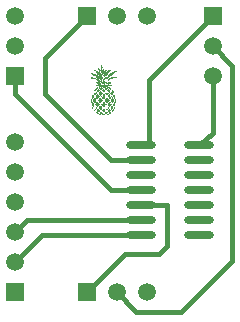
<source format=gtl>
%FSTAX23Y23*%
%MOIN*%
%SFA1B1*%

%IPPOS*%
%ADD10O,0.098430X0.027560*%
%ADD11C,0.018000*%
%ADD12R,0.059060X0.059060*%
%ADD13C,0.059060*%
%ADD14R,0.059060X0.059060*%
%LNpcb-1*%
%LPD*%
G36*
X01405Y01797D02*
Y01797D01*
X01405*
Y01796*
X01406*
Y01796*
X01406*
Y01796*
Y01795*
X01407*
Y01795*
X01407*
Y01794*
X01408*
Y01794*
X01408*
Y01793*
X01409*
Y01793*
X01409*
Y01793*
X0141*
Y01792*
Y01792*
X0141*
Y01791*
Y01791*
Y0179*
Y0179*
X0141*
Y01789*
Y01789*
X0141*
Y01789*
Y01788*
Y01788*
Y01787*
X0141*
Y01787*
Y01786*
X01409*
Y01787*
X01409*
Y01787*
X01408*
Y01788*
X01408*
Y01788*
X01407*
Y01789*
X01407*
Y01789*
Y01789*
X01406*
Y0179*
X01406*
Y0179*
X01406*
Y01791*
X01405*
Y01791*
X01405*
Y01792*
X01406*
Y01792*
Y01793*
X01405*
Y01792*
X01404*
Y01793*
X01403*
Y01793*
Y01793*
X01404*
Y01794*
Y01794*
Y01795*
Y01795*
Y01796*
Y01796*
X01404*
Y01796*
Y01797*
Y01797*
Y01798*
X01405*
Y01797*
G37*
G36*
X01368Y0179D02*
Y01789D01*
Y01789*
X01368*
Y01789*
X01369*
Y01789*
X01369*
Y01789*
X0137*
Y01788*
X0137*
Y01788*
X01371*
Y01787*
X01372*
Y01787*
X01372*
Y01786*
X01372*
Y01786*
X01373*
Y01785*
Y01785*
X01373*
Y01785*
X01373*
Y01784*
Y01784*
X01374*
Y01784*
Y01785*
X01376*
Y01784*
X01375*
Y01784*
X01374*
Y01783*
X01373*
Y01783*
X01373*
Y01782*
X01372*
Y01782*
X01372*
Y01781*
X01372*
Y01781*
X01371*
Y01781*
Y01782*
X0137*
Y01781*
Y01781*
X01371*
Y01781*
X01371*
Y0178*
X0137*
Y0178*
Y01779*
X0137*
Y01779*
X01369*
Y01778*
X01369*
Y01778*
Y01778*
X01368*
Y01777*
Y01777*
X01367*
Y01776*
X01366*
Y01777*
X01364*
Y01777*
Y01778*
X01364*
Y01778*
X01363*
Y01778*
Y01779*
Y01779*
X01362*
Y0178*
X01362*
Y0178*
Y01781*
X01361*
Y01781*
X01361*
Y01781*
X01361*
Y01782*
Y01782*
X0136*
Y01783*
X0136*
Y01783*
Y01784*
X01359*
Y01784*
X01358*
Y01785*
X01359*
Y01784*
X0136*
Y01784*
X01361*
Y01784*
Y01785*
X0136*
Y01785*
X01361*
Y01785*
Y01786*
X01361*
Y01786*
X01361*
Y01787*
X01362*
Y01787*
X01362*
Y01787*
Y01786*
X01363*
Y01787*
Y01787*
X01363*
Y01788*
X01363*
Y01788*
X01364*
Y01789*
X01364*
Y01789*
X01366*
Y01789*
Y0179*
Y0179*
X01368*
Y0179*
G37*
G36*
X01395Y01785D02*
Y01784D01*
X01395*
Y01785*
Y01785*
X01395*
Y01785*
G37*
G36*
X01387Y0179D02*
X01388D01*
Y01789*
X01388*
Y01789*
X01389*
Y01789*
X0139*
Y01788*
X01391*
Y01788*
X01391*
Y01787*
X01391*
Y01787*
Y01786*
X01393*
Y01786*
X01393*
Y01785*
Y01785*
X01394*
Y01785*
X01393*
Y01784*
X01394*
Y01784*
X01394*
Y01783*
X01394*
Y01783*
X01394*
Y01782*
X01393*
Y01782*
Y01781*
X01393*
Y01781*
X01392*
Y01781*
Y01782*
X01391*
Y01781*
Y01781*
X01392*
Y01781*
Y0178*
X01392*
Y0178*
X01391*
Y01779*
Y01779*
X01391*
Y01778*
X01391*
Y01778*
Y01778*
X0139*
Y01777*
X0139*
Y01777*
X01389*
Y01776*
X01387*
Y01777*
X01386*
Y01777*
X01386*
Y01778*
X01385*
Y01778*
Y01778*
X01385*
Y01779*
X01384*
Y01779*
X01384*
Y0178*
X01383*
Y0178*
X01383*
Y01781*
X01383*
Y01781*
X01382*
Y01781*
Y01782*
X01382*
Y01782*
X01381*
Y01783*
X0138*
Y01783*
X0138*
Y01784*
X01379*
Y01784*
Y01785*
X0138*
Y01784*
X01381*
Y01784*
X01382*
Y01784*
Y01785*
X0138*
Y01785*
X01381*
Y01785*
Y01786*
X01381*
Y01786*
X01382*
Y01787*
X01382*
Y01787*
X01383*
Y01788*
X01383*
Y01788*
X01384*
Y01789*
Y01789*
X01385*
Y01789*
X01385*
Y0179*
X01386*
Y01789*
Y01789*
X01387*
Y01789*
Y0179*
X01386*
Y0179*
X01387*
Y0179*
G37*
G36*
X01394Y01797D02*
Y01797D01*
X01396*
Y01796*
X01396*
Y01796*
X01397*
Y01796*
X01398*
Y01795*
X01398*
Y01795*
Y01794*
X01399*
Y01794*
Y01793*
X014*
Y01793*
X014*
Y01793*
X01401*
Y01793*
Y01793*
X01399*
Y01792*
Y01792*
X014*
Y01791*
Y01791*
X01399*
Y0179*
Y0179*
X01399*
Y01789*
Y01789*
X01398*
Y01789*
Y01788*
X01398*
Y01788*
Y01787*
X01397*
Y01787*
X01397*
Y01786*
X01396*
Y01787*
X01395*
Y01787*
X01394*
Y01788*
X01394*
Y01788*
X01394*
Y01789*
X01393*
Y01789*
X01392*
Y01789*
Y0179*
X01391*
Y0179*
X01391*
Y01791*
X01391*
Y01791*
X0139*
Y01792*
X0139*
Y01792*
Y01793*
X01388*
Y01793*
X01387*
Y01793*
X01389*
Y01793*
X0139*
Y01793*
X01389*
Y01794*
X0139*
Y01794*
Y01795*
X0139*
Y01795*
X01391*
Y01796*
Y01796*
X01391*
Y01796*
X01392*
Y01797*
X01392*
Y01797*
Y01798*
X01394*
Y01797*
G37*
G36*
X01349Y01797D02*
X0135D01*
Y01796*
Y01796*
X0135*
Y01796*
Y01795*
X01349*
Y01795*
Y01794*
X0135*
Y01794*
Y01793*
Y01793*
X0135*
Y01793*
X01351*
Y01793*
X01351*
Y01793*
X0135*
Y01792*
X0135*
Y01793*
X01349*
Y01792*
Y01792*
Y01791*
X01349*
Y01791*
Y0179*
X01348*
Y0179*
Y01789*
X01347*
Y0179*
X01346*
Y01789*
Y01789*
X01347*
Y01789*
X01346*
Y01788*
X01346*
Y01788*
Y01787*
X01345*
Y01787*
X01345*
Y01787*
X01344*
Y01788*
X01343*
Y01788*
X01344*
Y01789*
Y01789*
X01345*
Y01789*
Y0179*
X01344*
Y0179*
X01343*
Y01791*
X01344*
Y01791*
Y01792*
X01345*
Y01792*
Y01793*
Y01793*
Y01793*
X01346*
Y01794*
Y01794*
X01347*
Y01795*
Y01795*
X01347*
Y01796*
X01347*
Y01796*
X01348*
Y01796*
X01348*
Y01797*
X01349*
Y01797*
X01349*
Y01797*
G37*
G36*
X01403Y0179D02*
X01403D01*
Y01789*
X01404*
Y01789*
X01405*
Y01789*
X01405*
Y01788*
X01406*
Y01788*
X01406*
Y01787*
X01406*
Y01787*
X01407*
Y01786*
X01407*
Y01786*
X01408*
Y01785*
Y01785*
X01408*
Y01785*
X01407*
Y01784*
Y01784*
X01408*
Y01784*
X01409*
Y01785*
X01409*
Y01785*
X01409*
Y01785*
Y01784*
Y01784*
X01409*
Y01783*
Y01783*
Y01782*
X01409*
Y01782*
Y01781*
Y01781*
X01408*
Y01781*
Y01782*
X01407*
Y01781*
Y01781*
X01408*
Y01781*
Y0178*
Y0178*
X01408*
Y01779*
X01407*
Y01779*
Y01778*
X01408*
Y01778*
X01407*
Y01778*
Y01777*
X01407*
Y01777*
X01406*
Y01776*
X01406*
Y01777*
X01405*
Y01777*
X01404*
Y01778*
X01404*
Y01778*
Y01778*
X01403*
Y01779*
Y01779*
X01403*
Y0178*
X01402*
Y0178*
X01402*
Y01781*
Y01781*
X01402*
Y01781*
X01401*
Y01782*
X01401*
Y01782*
X014*
Y01783*
X014*
Y01783*
X01399*
Y01784*
X01398*
Y01784*
X01398*
Y01785*
X01398*
Y01784*
X01399*
Y01784*
X014*
Y01784*
Y01785*
X01399*
Y01785*
Y01785*
X014*
Y01786*
Y01786*
X014*
Y01787*
Y01787*
X01401*
Y01788*
Y01788*
X01401*
Y01789*
X01402*
Y01789*
Y01789*
X01402*
Y01789*
X01403*
Y01789*
Y0179*
X01402*
Y0179*
X01403*
Y0179*
G37*
G36*
X01368Y01774D02*
Y01773D01*
X01367*
Y01774*
X01367*
Y01774*
X01368*
Y01774*
G37*
G36*
X01378Y01781D02*
X01378D01*
Y0178*
X01379*
Y0178*
X0138*
Y01779*
X0138*
Y01779*
X0138*
Y01778*
X01381*
Y01778*
X01381*
Y01778*
X01382*
Y01777*
X01383*
Y01777*
X01383*
Y01776*
X01383*
Y01776*
Y01775*
X01384*
Y01775*
Y01774*
X01384*
Y01774*
X01383*
Y01774*
Y01773*
X01384*
Y01774*
X01386*
Y01774*
X01386*
Y01774*
Y01773*
Y01773*
X01386*
Y01772*
X01385*
Y01772*
X01385*
Y01771*
X01383*
Y01771*
Y0177*
Y0177*
X01383*
Y0177*
Y01769*
X01383*
Y01769*
X01382*
Y01768*
X01382*
Y01769*
X01381*
Y01768*
Y01768*
X01381*
Y01767*
Y01767*
X01381*
Y01767*
X0138*
Y01766*
X0138*
Y01766*
Y01765*
X0138*
Y01765*
X01379*
Y01764*
X01378*
Y01764*
X01376*
Y01764*
X01375*
Y01765*
X01375*
Y01765*
X01374*
Y01766*
X01374*
Y01766*
X01373*
Y01767*
Y01767*
X01373*
Y01767*
X01372*
Y01768*
X01372*
Y01768*
X01372*
Y01769*
Y01769*
X01371*
Y0177*
X01371*
Y0177*
Y0177*
X01371*
Y01771*
Y01771*
X0137*
Y01771*
X0137*
Y01771*
X01369*
Y01772*
X01369*
Y01772*
X01368*
Y01773*
X01368*
Y01773*
X01368*
Y01774*
X01369*
Y01774*
X0137*
Y01774*
Y01775*
Y01775*
X0137*
Y01776*
X01371*
Y01776*
Y01777*
Y01777*
X01372*
Y01778*
X01372*
Y01778*
Y01778*
X01374*
Y01779*
Y01779*
X01374*
Y0178*
X01375*
Y0178*
X01375*
Y01781*
X01376*
Y01781*
X01378*
Y01781*
G37*
G36*
X01347Y01769D02*
X01348D01*
Y01769*
X01348*
Y01768*
Y01768*
X01349*
Y01767*
X01349*
Y01767*
Y01767*
X0135*
Y01766*
X01349*
Y01766*
Y01765*
X0135*
Y01765*
X01351*
Y01764*
Y01764*
X01351*
Y01763*
Y01763*
X01352*
Y01763*
Y01762*
Y01762*
Y01761*
Y01761*
Y0176*
Y0176*
X01353*
Y0176*
Y01761*
X01354*
Y01761*
X01354*
Y01761*
X01354*
Y0176*
X01354*
Y0176*
X01353*
Y01759*
X01353*
Y01759*
Y01759*
X01352*
Y01758*
X01352*
Y01758*
Y01757*
X01351*
Y01757*
Y01756*
X01351*
Y01756*
Y01755*
X0135*
Y01755*
Y01755*
X0135*
Y01755*
Y01755*
X01349*
Y01755*
Y01755*
X0135*
Y01754*
Y01754*
X0135*
Y01753*
Y01753*
X01349*
Y01752*
Y01752*
X01349*
Y01752*
X01349*
Y01751*
X01349*
Y01751*
X01348*
Y0175*
Y0175*
X01347*
Y0175*
X01346*
Y0175*
X01346*
Y0175*
Y01751*
X01346*
Y01751*
Y01752*
X01345*
Y01752*
Y01752*
X01345*
Y01753*
Y01753*
X01344*
Y01754*
Y01754*
X01344*
Y01755*
X01345*
Y01755*
Y01755*
X01344*
Y01755*
X01343*
Y01755*
Y01756*
X01343*
Y01756*
Y01757*
X01342*
Y01757*
Y01758*
Y01758*
X01342*
Y01759*
Y01759*
Y01759*
X01342*
Y0176*
X01342*
Y0176*
Y01761*
X01342*
Y01761*
Y01762*
Y01762*
Y01763*
X01343*
Y01763*
Y01763*
Y01764*
Y01764*
X01343*
Y01765*
X01344*
Y01765*
X01345*
Y01766*
Y01766*
Y01767*
X01345*
Y01767*
Y01767*
X01346*
Y01768*
X01346*
Y01768*
Y01769*
X01346*
Y01768*
Y01768*
X01347*
Y01768*
Y01769*
X01346*
Y01769*
X01347*
Y0177*
X01347*
Y01769*
G37*
G36*
X01398Y01781D02*
X01398D01*
Y0178*
X01399*
Y0178*
X01399*
Y01779*
Y01779*
Y01778*
X01401*
Y01778*
X01401*
Y01778*
X01402*
Y01777*
X01402*
Y01777*
Y01776*
Y01776*
X01403*
Y01775*
Y01775*
X01403*
Y01774*
Y01774*
X01404*
Y01774*
X01404*
Y01774*
X01405*
Y01774*
Y01773*
Y01773*
Y01772*
X01404*
Y01772*
X01404*
Y01771*
X01403*
Y01771*
Y0177*
Y0177*
X01403*
Y0177*
Y01769*
X01402*
Y01769*
X01402*
Y01768*
Y01768*
Y01767*
X01402*
Y01767*
Y01767*
X01401*
Y01766*
Y01766*
X01401*
Y01765*
Y01765*
X014*
Y01764*
X01399*
Y01764*
X01398*
Y01764*
X01397*
Y01765*
X01397*
Y01765*
X01396*
Y01766*
Y01766*
X01396*
Y01767*
X01395*
Y01767*
Y01767*
X01395*
Y01768*
Y01768*
Y01769*
X01394*
Y01769*
X01394*
Y0177*
Y0177*
X01393*
Y0177*
X01393*
Y01771*
X01392*
Y01771*
X01392*
Y01772*
X01391*
Y01772*
X01391*
Y01773*
X01391*
Y01773*
X0139*
Y01774*
Y01774*
X0139*
Y01774*
X01391*
Y01773*
X01392*
Y01774*
Y01774*
X01392*
Y01774*
Y01775*
Y01775*
X01392*
Y01776*
Y01776*
X01393*
Y01777*
Y01777*
X01393*
Y01778*
X01394*
Y01778*
X01394*
Y01778*
X01395*
Y01779*
Y01779*
X01395*
Y0178*
Y0178*
X01396*
Y01781*
X01396*
Y01781*
X01398*
Y01781*
G37*
G36*
X01351Y0179D02*
X01352D01*
Y01789*
Y01789*
X01352*
Y01789*
X01353*
Y01788*
Y01788*
X01353*
Y01787*
X01354*
Y01787*
X01354*
Y01786*
Y01786*
X01354*
Y01785*
Y01785*
Y01785*
Y01784*
Y01784*
X01355*
Y01783*
X01354*
Y01783*
X01354*
Y01782*
X01353*
Y01782*
Y01781*
X01353*
Y01782*
X01352*
Y01781*
Y01781*
X01352*
Y01781*
X01352*
Y0178*
Y0178*
X01351*
Y01779*
X01351*
Y01779*
X0135*
Y01778*
Y01778*
X0135*
Y01778*
X0135*
Y01777*
Y01777*
X01349*
Y01776*
X01347*
Y01777*
X01347*
Y01777*
Y01778*
X01346*
Y01778*
Y01778*
X01347*
Y01779*
Y01779*
X01346*
Y01779*
X01346*
Y01779*
Y0178*
Y0178*
X01346*
Y01781*
Y01781*
X01345*
Y01781*
Y01782*
Y01782*
X01345*
Y01783*
Y01783*
Y01784*
Y01784*
Y01785*
X01346*
Y01785*
Y01785*
X01346*
Y01786*
X01346*
Y01786*
X01347*
Y01787*
Y01787*
Y01788*
X01348*
Y01788*
Y01789*
X01349*
Y01789*
X0135*
Y01789*
Y0179*
X0135*
Y0179*
X01351*
Y0179*
G37*
G36*
X01357Y01781D02*
X01358D01*
Y0178*
Y0178*
X01359*
Y01779*
X01358*
Y01779*
X01359*
Y01778*
Y01778*
X0136*
Y01778*
X0136*
Y01777*
X01361*
Y01777*
Y01776*
X01361*
Y01776*
Y01775*
X01362*
Y01775*
Y01774*
Y01774*
X01362*
Y01774*
Y01773*
X01363*
Y01774*
Y01774*
X01365*
Y01774*
X01364*
Y01773*
X01364*
Y01773*
X01363*
Y01772*
X01363*
Y01772*
X01362*
Y01771*
X01362*
Y01771*
X01361*
Y0177*
X01361*
Y0177*
X01361*
Y0177*
Y01769*
X0136*
Y01769*
X0136*
Y01768*
X01359*
Y01768*
Y01767*
X01359*
Y01767*
X01358*
Y01767*
Y01766*
X01357*
Y01766*
Y01765*
X01357*
Y01765*
X01357*
Y01764*
X01356*
Y01764*
X01355*
Y01764*
X01354*
Y01765*
X01354*
Y01765*
X01353*
Y01766*
Y01766*
X01353*
Y01767*
Y01767*
X01352*
Y01767*
Y01768*
X01353*
Y01768*
Y01769*
X01351*
Y01769*
Y0177*
X01351*
Y0177*
Y0177*
X0135*
Y01771*
X0135*
Y01771*
Y01772*
Y01772*
X0135*
Y01773*
X01349*
Y01773*
X01349*
Y01774*
Y01774*
X01349*
Y01774*
Y01773*
X0135*
Y01774*
Y01774*
X0135*
Y01774*
Y01775*
Y01775*
X01351*
Y01776*
Y01776*
X01351*
Y01777*
X01352*
Y01776*
Y01776*
X01353*
Y01776*
Y01777*
X01352*
Y01777*
X01352*
Y01778*
X01353*
Y01778*
X01353*
Y01778*
X01354*
Y01779*
X01354*
Y01779*
X01354*
Y01779*
Y01778*
X01355*
Y01779*
Y01779*
X01354*
Y0178*
X01355*
Y0178*
X01355*
Y01781*
X01356*
Y01781*
X01357*
Y01781*
G37*
G36*
X01343D02*
Y0178D01*
Y0178*
Y01779*
X01344*
Y01779*
Y01778*
X01344*
Y01778*
Y01778*
X01345*
Y01777*
Y01777*
X01344*
Y01776*
Y01776*
X01345*
Y01776*
X01345*
Y01776*
Y01775*
Y01775*
Y01774*
Y01774*
X01346*
Y01774*
X01346*
Y01773*
Y01773*
X01346*
Y01772*
X01345*
Y01772*
X01345*
Y01771*
X01344*
Y01771*
Y0177*
X01344*
Y0177*
Y0177*
X01344*
Y01769*
Y01769*
X01343*
Y01768*
Y01768*
X01343*
Y01767*
Y01767*
X01342*
Y01767*
Y01766*
X01341*
Y01766*
Y01765*
X01342*
Y01765*
Y01764*
X01341*
Y01764*
X0134*
Y01764*
X0134*
Y01765*
Y01765*
X01339*
Y01766*
Y01766*
Y01767*
Y01767*
Y01767*
X01339*
Y01768*
X01339*
Y01768*
Y01769*
X01339*
Y01769*
Y0177*
Y0177*
Y0177*
X01339*
Y01771*
Y01771*
X01339*
Y01772*
Y01772*
Y01773*
X01338*
Y01773*
Y01774*
Y01774*
Y01774*
X01339*
Y01775*
X01339*
Y01775*
X01339*
Y01776*
Y01776*
Y01777*
X0134*
Y01777*
Y01778*
X0134*
Y01778*
Y01778*
X01341*
Y01779*
Y01779*
X01341*
Y01779*
Y01778*
X01342*
Y01779*
Y01779*
X01341*
Y0178*
X01342*
Y0178*
Y01781*
X01342*
Y01781*
X01343*
Y01781*
G37*
G36*
X01397Y01804D02*
X01397D01*
Y01803*
X01397*
Y01803*
Y01802*
X01398*
Y01803*
Y01803*
X01398*
Y01803*
X01399*
Y01802*
X01399*
Y01802*
X014*
Y01801*
X01401*
Y01801*
X01401*
Y018*
X01402*
Y018*
X01402*
Y018*
X01403*
Y01799*
X01402*
Y01799*
Y01798*
Y01798*
X01402*
Y01797*
Y01797*
X01402*
Y01796*
Y01796*
X01402*
Y01796*
Y01795*
X01401*
Y01795*
X01401*
Y01795*
X014*
Y01796*
X01399*
Y01796*
X01398*
Y01796*
X01398*
Y01797*
X01398*
Y01797*
Y01798*
X01397*
Y01798*
X01396*
Y01799*
X01395*
Y01799*
X01395*
Y018*
Y018*
Y018*
X01394*
Y01801*
X01395*
Y01801*
Y01802*
Y01802*
X01395*
Y01803*
Y01803*
Y01804*
X01396*
Y01804*
X01397*
Y01804*
G37*
G36*
X01341Y01836D02*
X01344D01*
Y01836*
X01346*
Y01835*
X01348*
Y01835*
X01349*
Y01834*
Y01834*
X01351*
Y01833*
X01352*
Y01833*
X01354*
Y01833*
X01354*
Y01832*
Y01832*
Y01831*
X01355*
Y01832*
X01356*
Y01831*
X01357*
Y01831*
X01358*
Y0183*
X01359*
Y0183*
X0136*
Y0183*
Y01829*
Y01829*
X01361*
Y01829*
X01361*
Y01829*
X01362*
Y01828*
X01363*
Y01828*
X01365*
Y01827*
X01365*
Y01827*
X01365*
Y01826*
Y01826*
X01366*
Y01826*
Y01827*
X01366*
Y01826*
X01367*
Y01826*
X01368*
Y01826*
X01368*
Y01825*
X0137*
Y01825*
X0137*
Y01824*
Y01824*
Y01823*
X01372*
Y01823*
Y01822*
Y01822*
X01371*
Y01822*
X0137*
Y01821*
Y01821*
X01371*
Y0182*
Y0182*
X01371*
Y01819*
Y01819*
X0137*
Y01819*
X0137*
Y01819*
X01369*
Y01819*
X01369*
Y0182*
X01368*
Y0182*
X01368*
Y01821*
X01367*
Y01821*
X01366*
Y01822*
X01365*
Y01822*
X01365*
Y01822*
X01363*
Y01823*
X01358*
Y01823*
X01358*
Y01824*
Y01824*
X01357*
Y01825*
X01356*
Y01825*
X01356*
Y01826*
X01355*
Y01826*
Y01826*
Y01827*
X01354*
Y01826*
X01354*
Y01827*
X01353*
Y01827*
X01352*
Y01828*
X01352*
Y01827*
X01351*
Y01828*
Y01828*
X01351*
Y01828*
X0135*
Y01828*
X0135*
Y01829*
Y01829*
Y0183*
X01349*
Y01829*
X01348*
Y0183*
X01347*
Y0183*
X01346*
Y0183*
X01345*
Y01831*
X01343*
Y01831*
X01342*
Y01832*
X01342*
Y01832*
X0134*
Y01833*
X01339*
Y01833*
X01337*
Y01833*
X01335*
Y01834*
X01334*
Y01834*
Y01835*
X01333*
Y01835*
Y01836*
X01333*
Y01836*
X01336*
Y01837*
X01341*
Y01836*
G37*
G36*
X01396Y0182D02*
X01399D01*
Y0182*
X01402*
Y01819*
X01403*
Y01819*
X01405*
Y01819*
Y01818*
X01406*
Y01818*
Y01817*
X01404*
Y01817*
X01402*
Y01816*
X01399*
Y01816*
X01398*
Y01815*
X01398*
Y01816*
Y01816*
X01397*
Y01816*
Y01815*
X01398*
Y01815*
X01397*
Y01815*
X01396*
Y01814*
X01395*
Y01814*
X01394*
Y01813*
Y01813*
X01392*
Y01813*
Y01814*
X01391*
Y01813*
Y01813*
X0139*
Y01813*
Y01814*
X01389*
Y01813*
Y01813*
X01388*
Y01812*
X01384*
Y01812*
X01382*
Y01811*
X01381*
Y01812*
X01381*
Y01812*
Y01813*
X01382*
Y01813*
Y01814*
Y01814*
X01382*
Y01815*
X01383*
Y01815*
X01383*
Y01815*
X01384*
Y01816*
Y01816*
Y01817*
X01385*
Y01817*
X01386*
Y01818*
X01387*
Y01818*
X01387*
Y01819*
X01388*
Y01819*
X01389*
Y01819*
Y01818*
X0139*
Y01819*
Y01819*
X01389*
Y01819*
X0139*
Y0182*
X01391*
Y0182*
X01394*
Y01821*
X01396*
Y0182*
G37*
G36*
X01372Y01816D02*
X01372D01*
Y01815*
X01373*
Y01815*
X01373*
Y01815*
X01374*
Y01814*
X01375*
Y01814*
X01376*
Y01813*
Y01813*
X01376*
Y01813*
X01377*
Y01813*
X01378*
Y01812*
X01378*
Y01812*
X01379*
Y01811*
X0138*
Y01811*
Y01811*
X0138*
Y0181*
X01383*
Y01811*
X01383*
Y0181*
X01384*
Y01811*
X01385*
Y01811*
X01386*
Y01811*
Y0181*
X01387*
Y01811*
Y01811*
X01388*
Y01811*
X01398*
Y01811*
X01399*
Y01811*
Y0181*
X014*
Y01811*
X01402*
Y0181*
X01403*
Y0181*
X01404*
Y01809*
X01406*
Y01809*
X01406*
Y01808*
X01407*
Y01808*
X01406*
Y01807*
X01406*
Y01808*
X01406*
Y01808*
X01404*
Y01808*
X01401*
Y01808*
X01398*
Y01808*
X01396*
Y01808*
X01395*
Y01808*
X01395*
Y01808*
X01394*
Y01808*
X01394*
Y01807*
X01392*
Y01808*
Y01808*
X01391*
Y01808*
Y01807*
X01392*
Y01807*
X01392*
Y01807*
X01392*
Y01806*
X01393*
Y01806*
X01394*
Y01805*
X01394*
Y01805*
Y01804*
Y01804*
X01394*
Y01804*
Y01803*
Y01803*
X01393*
Y01802*
X01393*
Y01802*
X01391*
Y01802*
X0139*
Y01803*
Y01803*
X01388*
Y01804*
X01388*
Y01804*
X01387*
Y01804*
X01387*
Y01805*
X01387*
Y01805*
Y01806*
X01386*
Y01805*
Y01805*
X01386*
Y01805*
X01384*
Y01806*
X01383*
Y01805*
X01383*
Y01805*
X01382*
Y01805*
Y01806*
X01381*
Y01805*
Y01805*
X01381*
Y01804*
X01381*
Y01804*
X0138*
Y01804*
X0138*
Y01803*
X0138*
Y01803*
X01379*
Y01803*
X01378*
Y01803*
Y01802*
X01379*
Y01802*
X01377*
Y01801*
X01376*
Y01802*
X01376*
Y01802*
X01375*
Y01803*
X01374*
Y01803*
X01374*
Y01804*
X01373*
Y01804*
X01373*
Y01804*
X01372*
Y01805*
X01371*
Y01805*
Y01806*
X0137*
Y01805*
Y01805*
X01368*
Y01805*
Y01806*
X01368*
Y01805*
Y01805*
X01367*
Y01804*
X01366*
Y01804*
X01366*
Y01804*
X01365*
Y01803*
X01365*
Y01803*
X01364*
Y01802*
X01364*
Y01802*
X01361*
Y01802*
X01361*
Y01803*
Y01803*
X0136*
Y01804*
Y01804*
X0136*
Y01804*
Y01805*
X01359*
Y01805*
X0136*
Y01805*
X01361*
Y01805*
Y01806*
Y01806*
X01361*
Y01807*
X01361*
Y01807*
X01361*
Y01807*
X01361*
Y01808*
Y01808*
X0136*
Y01808*
X01359*
Y01808*
X01357*
Y01809*
X01355*
Y01809*
X01352*
Y0181*
X0135*
Y0181*
Y01811*
X01352*
Y0181*
X01353*
Y01811*
Y01811*
X01354*
Y01811*
Y0181*
X01355*
Y01811*
Y01811*
X01357*
Y01811*
Y0181*
X01358*
Y01811*
Y01811*
X0136*
Y01811*
Y0181*
X01361*
Y01811*
Y01811*
X0136*
Y01811*
X01363*
Y01811*
X01362*
Y01811*
Y0181*
X01363*
Y01811*
Y01811*
X01365*
Y01811*
Y0181*
X01366*
Y01811*
Y01811*
X01367*
Y01811*
X01368*
Y0181*
X01369*
Y01811*
X0137*
Y01811*
Y01811*
Y01812*
Y01812*
Y01813*
Y01813*
Y01814*
Y01814*
X01369*
Y01815*
X0137*
Y01815*
Y01815*
Y01816*
X0137*
Y01815*
X01371*
Y01816*
Y01816*
X01372*
Y01816*
G37*
G36*
X01334Y01852D02*
X01335D01*
Y01852*
X01337*
Y01851*
X01338*
Y01851*
X01339*
Y0185*
Y0185*
X01339*
Y0185*
X01341*
Y0185*
X01342*
Y01849*
X01343*
Y01849*
X01345*
Y01848*
X01346*
Y01848*
X01346*
Y01848*
Y01847*
X01347*
Y01848*
X01349*
Y01847*
X0135*
Y01847*
X01351*
Y01846*
X01352*
Y01846*
X01353*
Y01845*
X01354*
Y01845*
X01354*
Y01845*
X01356*
Y01844*
X01357*
Y01844*
X01357*
Y01843*
X01358*
Y01843*
X01359*
Y01842*
X01359*
Y01842*
X01361*
Y01841*
X01361*
Y01841*
X01362*
Y01841*
X01362*
Y0184*
Y0184*
Y01839*
X01363*
Y0184*
X01364*
Y01839*
X01365*
Y01839*
X01365*
Y01838*
X01366*
Y01838*
X01366*
Y01837*
X01367*
Y01837*
X01367*
Y01837*
X01368*
Y01836*
X01368*
Y01836*
X01368*
Y01835*
X01369*
Y01835*
Y01834*
X01369*
Y01834*
X0137*
Y01833*
X0137*
Y01833*
Y01833*
X01371*
Y01832*
X0137*
Y01832*
Y01831*
X01371*
Y01832*
X01372*
Y01831*
Y01831*
X01372*
Y0183*
X01372*
Y0183*
X01373*
Y0183*
Y01829*
Y01829*
X01374*
Y01828*
X01375*
Y01828*
Y01827*
X01374*
Y01827*
Y01826*
X01374*
Y01827*
X01373*
Y01826*
Y01826*
X01373*
Y01826*
X01372*
Y01825*
X01372*
Y01826*
X01371*
Y01826*
X01371*
Y01826*
Y01827*
X0137*
Y01826*
X01369*
Y01827*
X01368*
Y01827*
Y01828*
X01366*
Y01828*
X01366*
Y01829*
Y01829*
Y0183*
X01365*
Y01829*
X01364*
Y0183*
X01363*
Y0183*
X01362*
Y0183*
X01361*
Y01831*
X0136*
Y01831*
X01361*
Y01832*
Y01832*
X0136*
Y01832*
Y01831*
X01359*
Y01832*
X01358*
Y01832*
X01357*
Y01833*
X01357*
Y01833*
X01355*
Y01833*
X01354*
Y01834*
X01354*
Y01834*
X01353*
Y01835*
X01352*
Y01835*
X01351*
Y01836*
X0135*
Y01836*
X0135*
Y01837*
X0135*
Y01837*
Y01837*
X01349*
Y01837*
X01349*
Y01837*
X01348*
Y01838*
X01347*
Y01838*
X01347*
Y01839*
X01346*
Y01839*
X01346*
Y0184*
Y0184*
X01346*
Y01841*
X01345*
Y01841*
X01345*
Y01841*
X01344*
Y01842*
X01345*
Y01842*
Y01843*
X01344*
Y01842*
X01343*
Y01843*
X01343*
Y01843*
X01342*
Y01844*
X01342*
Y01844*
X01341*
Y01845*
X01341*
Y01845*
X0134*
Y01845*
X0134*
Y01846*
X01339*
Y01846*
X01339*
Y01847*
X01339*
Y01847*
X01338*
Y01848*
X01337*
Y01848*
X01337*
Y01848*
X01336*
Y01849*
X01335*
Y01849*
X01335*
Y0185*
X01335*
Y0185*
X01334*
Y01851*
X01334*
Y01851*
X01333*
Y01852*
Y01852*
X01334*
Y01852*
X01334*
Y01852*
G37*
G36*
X01371Y01878D02*
X01372D01*
Y01878*
Y01877*
Y01877*
Y01876*
Y01876*
X01372*
Y01875*
Y01875*
X01372*
Y01874*
Y01874*
Y01874*
X01373*
Y01873*
Y01873*
X01373*
Y01872*
Y01872*
X01373*
Y01871*
Y01871*
X01374*
Y01871*
X01374*
Y0187*
Y0187*
X01375*
Y01869*
Y01869*
X01375*
Y01868*
Y01868*
X01376*
Y01867*
Y01867*
Y01867*
Y01866*
Y01866*
X01376*
Y01865*
X01376*
Y01865*
Y01864*
X01377*
Y01864*
Y01863*
X01377*
Y01863*
Y01863*
X01378*
Y01862*
Y01862*
X01378*
Y01861*
Y01861*
Y0186*
X01379*
Y0186*
X01379*
Y01859*
Y01859*
X0138*
Y01859*
Y01858*
X0138*
Y01858*
Y01857*
X0138*
Y01857*
Y01856*
X01381*
Y01856*
Y01856*
Y01855*
X01381*
Y01855*
Y01854*
Y01854*
Y01853*
X01381*
Y01853*
Y01852*
X0138*
Y01852*
X0138*
Y01852*
X01379*
Y01851*
X01379*
Y01851*
X01378*
Y0185*
X01378*
Y0185*
X01377*
Y01849*
X01377*
Y01849*
X01376*
Y01848*
Y01848*
X01376*
Y01848*
Y01847*
X01375*
Y01847*
Y01846*
X01375*
Y01846*
X01374*
Y01846*
X01373*
Y01847*
X01373*
Y01847*
X01372*
Y01848*
X01372*
Y01848*
X01372*
Y01848*
Y01849*
X01371*
Y01849*
X01371*
Y0185*
X01371*
Y0185*
Y01851*
X0137*
Y0185*
X0137*
Y01851*
X01369*
Y01851*
Y01852*
X01368*
Y01852*
Y01852*
Y01853*
Y01853*
X01368*
Y01854*
Y01854*
Y01855*
Y01855*
X01368*
Y01856*
Y01856*
X01368*
Y01856*
Y01857*
Y01857*
Y01858*
X01368*
Y01858*
Y01859*
X01368*
Y01859*
Y01859*
X01368*
Y0186*
X01368*
Y0186*
X01368*
Y01861*
Y01861*
X01368*
Y01862*
Y01862*
X01368*
Y01863*
X01368*
Y01863*
Y01863*
X01368*
Y01864*
Y01864*
Y01865*
Y01865*
Y01866*
Y01866*
Y01867*
Y01867*
Y01867*
X01369*
Y01868*
Y01868*
Y01869*
Y01869*
Y0187*
Y0187*
Y01871*
Y01871*
Y01871*
Y01872*
Y01872*
Y01873*
Y01873*
Y01874*
Y01874*
Y01874*
X01369*
Y01875*
Y01875*
Y01876*
Y01876*
Y01877*
Y01877*
Y01878*
Y01878*
X0137*
Y01878*
X01371*
Y01878*
G37*
G36*
X01417Y01838D02*
X0142D01*
Y01837*
X0142*
Y01837*
Y01837*
X01421*
Y01836*
X01421*
Y01836*
X0142*
Y01836*
X01416*
Y01836*
X01414*
Y01835*
X01413*
Y01835*
X01412*
Y01834*
X01411*
Y01835*
X0141*
Y01834*
Y01834*
X01409*
Y01833*
X01409*
Y01833*
X01407*
Y01833*
X01406*
Y01832*
X01405*
Y01832*
Y01831*
X01404*
Y01831*
X01403*
Y0183*
X01402*
Y0183*
X01402*
Y0183*
X01401*
Y01829*
X014*
Y0183*
X01399*
Y01829*
Y01829*
Y01828*
X01398*
Y01828*
X01398*
Y01827*
X01397*
Y01827*
X01396*
Y01826*
X01396*
Y01826*
X01395*
Y01826*
Y01827*
X01394*
Y01826*
Y01826*
X01395*
Y01826*
X01394*
Y01825*
X01394*
Y01825*
X01394*
Y01824*
X01393*
Y01824*
Y01823*
X01392*
Y01824*
Y01824*
X01391*
Y01824*
Y01823*
X01392*
Y01823*
X01392*
Y01822*
X01391*
Y01822*
Y01822*
X01391*
Y01821*
X0139*
Y01822*
X01389*
Y01821*
Y01821*
Y0182*
X01388*
Y0182*
X01387*
Y01819*
X01386*
Y01819*
X01385*
Y01819*
Y0182*
Y0182*
Y01821*
Y01821*
X01385*
Y01822*
Y01822*
Y01822*
X01384*
Y01823*
Y01823*
Y01824*
Y01824*
X01383*
Y01825*
X01383*
Y01825*
Y01826*
Y01826*
X01383*
Y01826*
X01383*
Y01826*
X01384*
Y01826*
Y01827*
X01384*
Y01827*
X01384*
Y01828*
X01385*
Y01828*
X01386*
Y01829*
X01387*
Y01829*
Y0183*
X01387*
Y0183*
X01388*
Y0183*
X01389*
Y01831*
X0139*
Y01831*
X01391*
Y01832*
X01391*
Y01832*
X01391*
Y01832*
Y01831*
X01392*
Y01832*
Y01832*
X01392*
Y01833*
X01393*
Y01833*
X01394*
Y01833*
X01394*
Y01834*
X01396*
Y01834*
X01397*
Y01834*
X01398*
Y01834*
Y01835*
X01398*
Y01835*
X01399*
Y01836*
X01401*
Y01836*
X01403*
Y01837*
X01406*
Y01837*
X01407*
Y01837*
X01408*
Y01837*
Y01837*
X0141*
Y01837*
Y01837*
X01411*
Y01837*
Y01837*
X0141*
Y01838*
X01415*
Y01838*
X01417*
Y01838*
G37*
G36*
X01349Y0186D02*
X0135D01*
Y0186*
X01351*
Y01859*
X01353*
Y01859*
X01354*
Y01859*
X01354*
Y01858*
Y01858*
X01355*
Y01858*
X01356*
Y01858*
X01357*
Y01857*
X01357*
Y01857*
X01358*
Y01856*
X0136*
Y01856*
Y01856*
Y01855*
X01361*
Y01856*
X01361*
Y01855*
X01362*
Y01855*
X01363*
Y01854*
X01364*
Y01854*
X01365*
Y01853*
X01365*
Y01853*
Y01852*
X01366*
Y01852*
X01367*
Y01852*
X01367*
Y01851*
X01368*
Y01851*
X01368*
Y0185*
Y0185*
X01369*
Y01849*
X01369*
Y01849*
X0137*
Y01848*
X0137*
Y01848*
Y01848*
Y01847*
X01371*
Y01847*
X01372*
Y01846*
X01372*
Y01846*
Y01845*
X01372*
Y01845*
X01373*
Y01845*
Y01844*
X01373*
Y01844*
Y01843*
X01374*
Y01843*
X01374*
Y01842*
Y01842*
X01375*
Y01841*
Y01841*
X01375*
Y01841*
Y0184*
X01376*
Y0184*
Y01839*
X01375*
Y01839*
X01376*
Y01838*
Y01838*
Y01837*
Y01837*
Y01837*
Y01836*
Y01836*
Y01835*
Y01835*
Y01834*
X01375*
Y01834*
Y01833*
X01375*
Y01833*
Y01833*
X01374*
Y01832*
X01372*
Y01833*
X01372*
Y01833*
Y01833*
X01372*
Y01834*
X01371*
Y01834*
Y01835*
X01371*
Y01835*
X0137*
Y01836*
X0137*
Y01836*
X01369*
Y01837*
Y01837*
X01369*
Y01837*
X01368*
Y01838*
X01368*
Y01838*
X01367*
Y01839*
X01367*
Y01839*
X01366*
Y0184*
X01366*
Y0184*
X01365*
Y01841*
X01365*
Y01841*
X01364*
Y01841*
X01363*
Y01842*
Y01842*
Y01843*
X01362*
Y01842*
X01361*
Y01843*
X01361*
Y01843*
X0136*
Y01844*
X01359*
Y01844*
X01358*
Y01845*
X01358*
Y01845*
Y01845*
X01357*
Y01846*
X01356*
Y01846*
Y01847*
Y01847*
X01356*
Y01848*
Y01848*
Y01848*
X01355*
Y01849*
Y01849*
X01355*
Y0185*
X01355*
Y0185*
Y01851*
X01354*
Y01851*
Y01852*
X01354*
Y01852*
Y01852*
X01353*
Y01853*
X01353*
Y01853*
Y01854*
X01352*
Y01854*
X01352*
Y01855*
X01351*
Y01855*
Y01856*
X01351*
Y01856*
X0135*
Y01856*
X0135*
Y01857*
X0135*
Y01857*
X01349*
Y01858*
X01349*
Y01858*
X01348*
Y01859*
X01347*
Y01859*
X01347*
Y01859*
X01346*
Y0186*
X01346*
Y0186*
X01347*
Y01861*
X01349*
Y0186*
G37*
G36*
X01378Y01797D02*
Y01797D01*
X01379*
Y01796*
X0138*
Y01796*
X0138*
Y01796*
X01381*
Y01795*
X01381*
Y01795*
Y01794*
X01382*
Y01795*
X01382*
Y01794*
X01383*
Y01794*
X01383*
Y01793*
Y01793*
X01384*
Y01793*
X01385*
Y01793*
X01385*
Y01793*
X01383*
Y01792*
X01383*
Y01792*
X01383*
Y01791*
X01383*
Y01792*
X01383*
Y01791*
Y01791*
X01382*
Y0179*
X01382*
Y0179*
X01381*
Y01789*
Y01789*
X0138*
Y01789*
X0138*
Y01788*
X0138*
Y01788*
X01379*
Y01787*
X01378*
Y01787*
X01376*
Y01787*
X01376*
Y01787*
X01375*
Y01787*
X01375*
Y01788*
X01374*
Y01788*
X01374*
Y01789*
X01373*
Y01789*
X01374*
Y01789*
Y0179*
X01373*
Y01789*
X01372*
Y0179*
X01372*
Y0179*
X01372*
Y01791*
X01371*
Y01791*
X01371*
Y01792*
X01371*
Y01792*
Y01793*
X0137*
Y01792*
X0137*
Y01793*
X01369*
Y01793*
X01368*
Y01793*
X01369*
Y01793*
X0137*
Y01793*
X01371*
Y01794*
X01371*
Y01794*
X01372*
Y01795*
X01372*
Y01795*
X01372*
Y01796*
X01373*
Y01796*
X01374*
Y01796*
X01374*
Y01797*
X01375*
Y01797*
X01376*
Y01797*
X01376*
Y01797*
Y01798*
X01378*
Y01797*
G37*
G36*
X01361Y01798D02*
X01361D01*
Y01797*
X01361*
Y01797*
X01362*
Y01796*
X01362*
Y01796*
X01363*
Y01796*
X01363*
Y01795*
X01364*
Y01795*
X01364*
Y01794*
Y01794*
X01365*
Y01793*
Y01793*
X01365*
Y01793*
X01366*
Y01793*
X01366*
Y01793*
X01365*
Y01792*
X01365*
Y01792*
X01364*
Y01791*
X01363*
Y01791*
X01363*
Y0179*
X01362*
Y0179*
X01362*
Y01789*
X01361*
Y01789*
X01361*
Y01789*
X01361*
Y01788*
X0136*
Y01788*
X0136*
Y01787*
X01359*
Y01787*
X01358*
Y01787*
X01357*
Y01787*
Y01786*
X01357*
Y01787*
X01356*
Y01787*
Y01788*
X01356*
Y01788*
X01355*
Y01789*
Y01789*
Y01789*
Y0179*
X01354*
Y0179*
Y01791*
X01354*
Y01791*
Y01792*
X01354*
Y01792*
Y01793*
X01353*
Y01793*
Y01793*
X01354*
Y01794*
X01355*
Y01794*
X01355*
Y01795*
Y01795*
X01356*
Y01796*
X01357*
Y01796*
X01357*
Y01796*
X01358*
Y01797*
X01358*
Y01797*
X01359*
Y01798*
X0136*
Y01797*
Y01797*
X01361*
Y01797*
Y01798*
X0136*
Y01798*
X01361*
Y01798*
G37*
G36*
X01385Y01804D02*
X01386D01*
Y01803*
X01386*
Y01803*
Y01802*
X01387*
Y01802*
X01388*
Y01801*
X01389*
Y01801*
X01389*
Y018*
X01389*
Y018*
Y018*
X0139*
Y018*
X01391*
Y018*
X01391*
Y01799*
X0139*
Y01799*
X0139*
Y01798*
Y01798*
X01389*
Y01797*
Y01797*
Y01796*
X01388*
Y01796*
Y01796*
X01387*
Y01795*
X01384*
Y01796*
X01384*
Y01796*
X01383*
Y01796*
X01383*
Y01797*
Y01797*
X01382*
Y01798*
X01381*
Y01798*
X01381*
Y01799*
X0138*
Y01799*
X0138*
Y018*
X01379*
Y018*
X0138*
Y018*
X0138*
Y01801*
Y01801*
X0138*
Y01802*
X01381*
Y01802*
X01382*
Y01803*
X01382*
Y01803*
X01383*
Y01804*
X01383*
Y01804*
X01385*
Y01804*
G37*
G36*
X01358D02*
Y01803D01*
X01357*
Y01803*
Y01802*
X01358*
Y01803*
X01358*
Y01802*
Y01802*
X01359*
Y01801*
Y01801*
Y018*
X0136*
Y018*
Y018*
X01359*
Y01799*
X01358*
Y01799*
X01358*
Y01798*
X01357*
Y01798*
X01357*
Y01797*
X01356*
Y01797*
X01356*
Y01796*
X01355*
Y01796*
X01355*
Y01796*
X01354*
Y01795*
X01353*
Y01795*
X01353*
Y01795*
X01352*
Y01796*
Y01796*
Y01796*
X01351*
Y01797*
Y01797*
Y01798*
Y01798*
Y01799*
Y01799*
X01351*
Y018*
X01351*
Y018*
X01352*
Y018*
X01353*
Y018*
Y018*
X01352*
Y01801*
X01353*
Y01801*
X01353*
Y01802*
X01354*
Y01802*
X01355*
Y01803*
Y01803*
X01356*
Y01804*
X01357*
Y01804*
X01358*
Y01804*
G37*
G36*
X01378Y01827D02*
X01379D01*
Y01827*
X01378*
Y01826*
Y01826*
X01379*
Y01826*
X0138*
Y01826*
X0138*
Y01826*
X0138*
Y01825*
X01381*
Y01825*
X01381*
Y01824*
X01381*
Y01824*
Y01823*
X01382*
Y01823*
X01383*
Y01822*
Y01822*
X01383*
Y01822*
X01383*
Y01821*
Y01821*
Y0182*
Y0182*
X01384*
Y01819*
Y01819*
X01383*
Y01819*
Y01818*
Y01818*
Y01817*
X01383*
Y01817*
X01383*
Y01816*
X01381*
Y01816*
Y01815*
Y01815*
Y01815*
X0138*
Y01814*
X0138*
Y01814*
X0138*
Y01813*
X01379*
Y01814*
X01379*
Y01814*
X01378*
Y01815*
X01377*
Y01815*
X01376*
Y01815*
X01376*
Y01816*
Y01816*
X01376*
Y01816*
Y01815*
X01375*
Y01816*
X01374*
Y01816*
X01373*
Y01817*
X01373*
Y01817*
X01372*
Y01818*
Y01818*
X01372*
Y01819*
Y01819*
Y01819*
Y0182*
X01372*
Y0182*
Y01821*
Y01821*
Y01822*
Y01822*
X01373*
Y01822*
Y01823*
X01373*
Y01823*
X01374*
Y01824*
Y01824*
X01374*
Y01825*
X01375*
Y01825*
Y01826*
X01375*
Y01826*
X01376*
Y01826*
Y01827*
Y01827*
X01377*
Y01828*
X01378*
Y01827*
G37*
G36*
X0135Y01824D02*
X01349D01*
Y01823*
X0135*
Y01824*
X01351*
Y01823*
X01353*
Y01823*
X01354*
Y01822*
X01356*
Y01822*
X01359*
Y01822*
X0136*
Y01821*
Y01821*
X01361*
Y01821*
Y01822*
X01362*
Y01821*
Y01821*
X01363*
Y01821*
X01364*
Y01821*
X01365*
Y0182*
X01366*
Y0182*
X01366*
Y01819*
X01367*
Y01819*
X01368*
Y01819*
Y01818*
X01368*
Y01818*
X01369*
Y01817*
Y01817*
Y01816*
X01368*
Y01816*
Y01815*
X01368*
Y01815*
X01368*
Y01815*
Y01814*
Y01814*
X01368*
Y01813*
Y01813*
X01368*
Y01812*
Y01812*
X01367*
Y01812*
X01365*
Y01813*
X01363*
Y01813*
Y01814*
X01362*
Y01813*
Y01813*
X01361*
Y01813*
Y01814*
X0136*
Y01813*
Y01813*
X01359*
Y01813*
X01359*
Y01814*
X01358*
Y01814*
X01358*
Y01815*
X01357*
Y01815*
X01357*
Y01815*
X01357*
Y01816*
Y01816*
X01356*
Y01817*
X01356*
Y01817*
X01355*
Y01818*
X01354*
Y01818*
X01354*
Y01819*
X01354*
Y01819*
X01353*
Y01819*
X01352*
Y0182*
X01352*
Y0182*
X01351*
Y01821*
X0135*
Y01821*
X0135*
Y01822*
X01349*
Y01822*
X01348*
Y01822*
X01348*
Y01823*
X01347*
Y01823*
X01347*
Y01824*
Y01824*
X0135*
Y01824*
G37*
G36*
X0137Y01803D02*
Y01803D01*
Y01802*
X01371*
Y01803*
X01372*
Y01802*
X01372*
Y01802*
X01373*
Y01801*
X01373*
Y01801*
X01374*
Y018*
X01374*
Y018*
X01375*
Y018*
X01374*
Y01799*
X01373*
Y01799*
X01373*
Y01798*
X01372*
Y01798*
X01372*
Y01797*
X01372*
Y01797*
X01371*
Y01797*
Y01798*
X0137*
Y01797*
Y01797*
X01371*
Y01796*
X0137*
Y01796*
X0137*
Y01796*
X01369*
Y01795*
X01368*
Y01795*
X01367*
Y01795*
X01366*
Y01796*
X01365*
Y01796*
Y01796*
Y01797*
X01366*
Y01797*
Y01798*
X01365*
Y01797*
X01365*
Y01798*
Y01798*
X01364*
Y01799*
X01364*
Y01799*
X01363*
Y018*
Y018*
X01364*
Y018*
X01365*
Y01801*
X01365*
Y01801*
X01365*
Y01802*
X01366*
Y01802*
X01367*
Y01803*
X01368*
Y01802*
X01368*
Y01803*
Y01803*
X01368*
Y01804*
X0137*
Y01803*
G37*
G36*
X01412Y01781D02*
Y0178D01*
X01412*
Y0178*
X01413*
Y01779*
Y01779*
Y01778*
X01413*
Y01778*
Y01778*
X01414*
Y01777*
Y01777*
X01415*
Y01776*
X01415*
Y01776*
X01416*
Y01775*
Y01775*
Y01774*
Y01774*
X01415*
Y01774*
Y01773*
X01416*
Y01773*
Y01772*
Y01772*
X01415*
Y01771*
Y01771*
Y0177*
Y0177*
Y0177*
X01415*
Y01769*
Y01769*
Y01768*
Y01768*
Y01767*
Y01767*
X01414*
Y01767*
Y01766*
Y01766*
Y01765*
Y01765*
X01414*
Y01764*
X01413*
Y01765*
X01412*
Y01765*
Y01766*
Y01766*
X01412*
Y01767*
Y01767*
X01411*
Y01767*
Y01768*
Y01768*
X01411*
Y01769*
X0141*
Y01769*
Y0177*
X0141*
Y0177*
Y0177*
X01409*
Y01771*
X01409*
Y01771*
Y01772*
X01409*
Y01772*
X01408*
Y01773*
X01408*
Y01773*
X01408*
Y01774*
Y01774*
X01409*
Y01774*
Y01775*
Y01775*
Y01776*
Y01776*
X01409*
Y01777*
Y01777*
Y01778*
X01409*
Y01778*
Y01778*
X01411*
Y01779*
Y01779*
X0141*
Y0178*
Y0178*
X01411*
Y01781*
Y01781*
X01412*
Y01781*
G37*
G36*
X01339Y01741D02*
Y01741D01*
X01339*
Y01741*
X01339*
Y0174*
X01339*
Y0174*
X01339*
Y01739*
Y01739*
X01339*
Y01738*
X0134*
Y01738*
Y01737*
X0134*
Y01737*
X01341*
Y01737*
Y01736*
X01341*
Y01736*
Y01735*
X01342*
Y01735*
X01342*
Y01734*
X01341*
Y01734*
Y01733*
X01342*
Y01733*
Y01733*
Y01732*
Y01732*
X01341*
Y01731*
Y01731*
X01342*
Y0173*
X01342*
Y0173*
Y01729*
Y01729*
Y01729*
Y01728*
Y01728*
X01342*
Y01728*
Y01729*
Y01729*
X01341*
Y01729*
X01341*
Y0173*
X0134*
Y0173*
X0134*
Y01731*
X01339*
Y01731*
Y01732*
X01339*
Y01732*
Y01733*
X01339*
Y01733*
Y01733*
X01339*
Y01734*
Y01734*
X01339*
Y01735*
Y01735*
Y01736*
Y01736*
X01339*
Y01737*
Y01737*
X01339*
Y01737*
Y01738*
X01338*
Y01738*
Y01739*
Y01739*
Y0174*
Y0174*
Y01741*
Y01741*
Y01741*
Y01742*
X01339*
Y01741*
G37*
G36*
X01397Y01731D02*
Y01731D01*
X01398*
Y0173*
X01398*
Y0173*
X01398*
Y01729*
Y01729*
X01399*
Y01729*
X01399*
Y01728*
X014*
Y01728*
Y01727*
Y01727*
Y01726*
X01399*
Y01726*
Y01726*
X01401*
Y01725*
X014*
Y01725*
X014*
Y01724*
X01399*
Y01724*
X01399*
Y01723*
X01398*
Y01723*
X01398*
Y01723*
Y01724*
X01397*
Y01723*
Y01723*
X01398*
Y01722*
X01397*
Y01722*
X01397*
Y01722*
X01396*
Y01721*
X01395*
Y01721*
X01395*
Y01721*
X01394*
Y01721*
Y0172*
Y0172*
X01393*
Y0172*
X01392*
Y01721*
Y01721*
X01391*
Y01722*
Y01722*
X01391*
Y01722*
X01391*
Y01723*
Y01723*
X0139*
Y01724*
X0139*
Y01724*
X01389*
Y01725*
X01389*
Y01725*
X01388*
Y01726*
X01388*
Y01726*
X01388*
Y01726*
X0139*
Y01726*
X0139*
Y01726*
X01391*
Y01727*
Y01727*
X01391*
Y01728*
X01391*
Y01728*
X01392*
Y01729*
X01393*
Y01729*
X01393*
Y01729*
X01394*
Y0173*
X01394*
Y0173*
X01394*
Y01731*
X01395*
Y01731*
X01396*
Y01732*
X01397*
Y01731*
G37*
G36*
X01345Y0173D02*
X01346D01*
Y0173*
X01346*
Y01729*
X01346*
Y01729*
Y01729*
Y01728*
X01348*
Y01728*
X01348*
Y01727*
X01349*
Y01727*
X01349*
Y01726*
Y01726*
Y01726*
X01351*
Y01725*
X0135*
Y01725*
Y01724*
Y01724*
Y01723*
Y01723*
Y01722*
Y01722*
Y01722*
Y01721*
Y01721*
Y0172*
X0135*
Y01721*
Y01721*
X01349*
Y01721*
X01349*
Y01721*
X01348*
Y01722*
Y01722*
X01347*
Y01722*
X01346*
Y01723*
X01346*
Y01723*
Y01724*
X01346*
Y01724*
X01345*
Y01725*
X01345*
Y01725*
X01344*
Y01726*
X01345*
Y01726*
Y01726*
Y01727*
Y01727*
Y01728*
X01344*
Y01728*
X01345*
Y01729*
Y01729*
X01344*
Y01729*
Y0173*
Y0173*
X01344*
Y01731*
X01345*
Y0173*
G37*
G36*
X01348Y01742D02*
X01349D01*
Y01742*
Y01741*
X01349*
Y01741*
X0135*
Y01741*
X0135*
Y0174*
Y0174*
X01351*
Y01739*
X01351*
Y01739*
X01352*
Y01738*
X01352*
Y01738*
X01353*
Y01737*
X01353*
Y01737*
Y01737*
X01354*
Y01736*
Y01736*
X01354*
Y01735*
X01355*
Y01736*
X01356*
Y01735*
X01356*
Y01735*
X01355*
Y01734*
X01354*
Y01734*
Y01733*
Y01733*
X01354*
Y01733*
Y01732*
X01354*
Y01732*
Y01731*
X01353*
Y01731*
Y0173*
Y0173*
X01353*
Y01729*
Y01729*
X01352*
Y01729*
Y01728*
Y01728*
X0135*
Y01728*
Y01729*
Y01729*
X01349*
Y01729*
X01348*
Y0173*
X01349*
Y0173*
X01348*
Y01731*
X01347*
Y01731*
Y01732*
X01347*
Y01732*
X01346*
Y01733*
Y01733*
X01346*
Y01733*
X01346*
Y01734*
X01345*
Y01734*
X01345*
Y01735*
Y01735*
X01345*
Y01736*
Y01736*
Y01737*
Y01737*
Y01737*
Y01738*
Y01738*
X01346*
Y01739*
Y01739*
X01346*
Y0174*
Y0174*
X01346*
Y01741*
Y01741*
Y01741*
X01347*
Y01742*
Y01742*
Y01743*
X01348*
Y01742*
G37*
G36*
X01378Y01731D02*
X01378D01*
Y01731*
X01379*
Y0173*
X0138*
Y0173*
X0138*
Y01729*
X0138*
Y01729*
X01381*
Y01729*
Y01728*
X01382*
Y01728*
X01382*
Y01727*
X01383*
Y01727*
X01383*
Y01726*
Y01726*
X01383*
Y01726*
X01385*
Y01726*
X01385*
Y01726*
Y01725*
X01384*
Y01725*
Y01724*
X01383*
Y01724*
X01383*
Y01723*
X01382*
Y01724*
X01381*
Y01723*
Y01723*
X01381*
Y01722*
X01381*
Y01722*
X0138*
Y01722*
X0138*
Y01721*
X01378*
Y01721*
Y0172*
Y0172*
X01376*
Y0172*
X01376*
Y01721*
Y01721*
X01376*
Y01721*
X01375*
Y01721*
X01375*
Y01722*
X01374*
Y01722*
X01374*
Y01722*
X01373*
Y01723*
X01374*
Y01723*
Y01724*
X01373*
Y01723*
Y01723*
X01372*
Y01723*
X01372*
Y01724*
X01372*
Y01724*
X0137*
Y01725*
X0137*
Y01725*
X01369*
Y01726*
X01371*
Y01726*
Y01726*
Y01727*
Y01727*
X01372*
Y01728*
X01372*
Y01728*
X01372*
Y01729*
X01373*
Y01728*
X01374*
Y01729*
Y01729*
X01373*
Y01729*
X01374*
Y0173*
X01375*
Y0173*
X01375*
Y01731*
Y01731*
X01376*
Y01731*
X01376*
Y01731*
Y01732*
X01378*
Y01731*
G37*
G36*
X01358D02*
X01359D01*
Y01731*
X01359*
Y0173*
X0136*
Y0173*
X0136*
Y01729*
X01361*
Y01729*
X01361*
Y01729*
X01362*
Y01728*
X01363*
Y01728*
X01363*
Y01727*
X01364*
Y01727*
Y01726*
X01364*
Y01726*
X01365*
Y01726*
X01365*
Y01725*
X01365*
Y01725*
X01365*
Y01724*
X01365*
Y01725*
X01365*
Y01724*
Y01724*
Y01723*
X01364*
Y01723*
X01364*
Y01722*
X01363*
Y01722*
Y01722*
X01363*
Y01721*
X01362*
Y01721*
Y0172*
X01361*
Y01721*
Y01721*
X0136*
Y01721*
X01359*
Y01721*
X01358*
Y01722*
X01358*
Y01722*
X01357*
Y01722*
X01357*
Y01723*
X01357*
Y01723*
X01356*
Y01724*
X01355*
Y01724*
X01355*
Y01725*
X01354*
Y01725*
X01354*
Y01726*
X01354*
Y01726*
Y01726*
X01354*
Y01726*
Y01726*
X01355*
Y01726*
Y01726*
X01354*
Y01727*
Y01727*
Y01728*
Y01728*
X01355*
Y01729*
Y01729*
Y01729*
X01356*
Y0173*
X01356*
Y0173*
Y01731*
X01357*
Y01731*
X01357*
Y01731*
X01358*
Y01731*
Y01732*
X01358*
Y01731*
G37*
G36*
X01409Y01731D02*
X0141D01*
Y0173*
Y0173*
Y01729*
Y01729*
Y01729*
Y01728*
Y01728*
Y01727*
Y01727*
Y01726*
Y01726*
Y01726*
Y01725*
X01409*
Y01725*
X01409*
Y01724*
X01409*
Y01724*
Y01723*
X01408*
Y01724*
X01407*
Y01723*
Y01723*
Y01722*
Y01722*
X01407*
Y01722*
X01406*
Y01721*
X01406*
Y01721*
X01406*
Y01721*
X01405*
Y01721*
Y0172*
X01404*
Y01721*
Y01721*
Y01722*
X01404*
Y01722*
Y01722*
Y01723*
Y01723*
Y01724*
X01404*
Y01724*
Y01725*
Y01725*
X01403*
Y01726*
Y01726*
X01404*
Y01726*
X01404*
Y01726*
X01405*
Y01726*
X01406*
Y01726*
Y01726*
X01405*
Y01727*
X01406*
Y01727*
Y01728*
X01406*
Y01728*
X01406*
Y01729*
X01407*
Y01729*
X01407*
Y01729*
Y01728*
X01408*
Y01729*
Y01729*
X01407*
Y01729*
X01408*
Y0173*
X01408*
Y0173*
X01409*
Y01731*
X01409*
Y01731*
X01409*
Y01731*
G37*
G36*
X01368Y01722D02*
X01369D01*
Y01722*
X0137*
Y01722*
X01371*
Y01721*
X0137*
Y01721*
Y0172*
X01371*
Y01721*
Y01721*
X01372*
Y01721*
X01372*
Y0172*
X01373*
Y0172*
X01373*
Y01719*
X01374*
Y01719*
Y01718*
X01376*
Y01718*
X01375*
Y01718*
X01375*
Y01717*
X01374*
Y01717*
X01374*
Y01716*
X01373*
Y01716*
Y01715*
X01372*
Y01715*
X01372*
Y01715*
X01372*
Y01714*
X01371*
Y01714*
X01369*
Y01714*
X01368*
Y01715*
X01368*
Y01715*
X01367*
Y01715*
X01367*
Y01716*
X01366*
Y01716*
X01365*
Y01717*
X01365*
Y01717*
X01364*
Y01718*
X01364*
Y01718*
X01363*
Y01718*
X01364*
Y01719*
Y01719*
Y0172*
X01365*
Y0172*
X01366*
Y01721*
Y01721*
Y01722*
X01366*
Y01722*
X01367*
Y01722*
X01367*
Y01723*
X01368*
Y01722*
G37*
G36*
X01353Y01723D02*
X01354D01*
Y01722*
X01354*
Y01722*
X01355*
Y01722*
X01356*
Y01721*
X01356*
Y01721*
X01357*
Y0172*
X01357*
Y0172*
Y01719*
X01358*
Y01719*
X01358*
Y01718*
X01359*
Y01718*
X0136*
Y01718*
X0136*
Y01717*
X0136*
Y01717*
Y01716*
Y01716*
X01359*
Y01715*
Y01715*
Y01715*
Y01714*
Y01714*
X01358*
Y01714*
X01357*
Y01715*
X01357*
Y01715*
X01356*
Y01715*
X01355*
Y01716*
X01355*
Y01716*
X01354*
Y01717*
X01354*
Y01717*
X01353*
Y01718*
X01353*
Y01718*
Y01718*
X01352*
Y01719*
Y01719*
Y0172*
Y0172*
X01353*
Y01721*
Y01721*
X01352*
Y01722*
Y01722*
X01353*
Y01722*
Y01723*
Y01723*
X01353*
Y01723*
G37*
G36*
X01392Y01716D02*
X01391D01*
Y01715*
Y01715*
X01392*
Y01715*
X01393*
Y01715*
Y01715*
X01393*
Y01714*
Y01714*
X01394*
Y01713*
X01393*
Y01713*
X01392*
Y01713*
X01391*
Y01713*
Y01712*
X01391*
Y01712*
X0139*
Y01711*
X01387*
Y01711*
X01386*
Y01711*
X01385*
Y01712*
Y01712*
X01386*
Y01713*
X01386*
Y01712*
X01387*
Y01713*
Y01713*
Y01714*
X01387*
Y01714*
X01388*
Y01715*
X01389*
Y01715*
X0139*
Y01715*
X0139*
Y01716*
X01391*
Y01716*
X01392*
Y01716*
G37*
G36*
X01364Y01715D02*
X01365D01*
Y01715*
X01365*
Y01715*
X01366*
Y01714*
X01366*
Y01714*
X01367*
Y01713*
X01368*
Y01713*
Y01712*
X01369*
Y01712*
Y01711*
X01368*
Y01711*
X01367*
Y01711*
X01365*
Y01712*
X01363*
Y01712*
Y01713*
Y01713*
X01362*
Y01713*
Y01712*
X01362*
Y01713*
X01361*
Y01713*
Y01714*
Y01714*
Y01715*
X01361*
Y01715*
Y01715*
X01362*
Y01716*
X01362*
Y01715*
Y01715*
X01363*
Y01715*
Y01716*
X01364*
Y01715*
G37*
G36*
X01401Y01723D02*
X01402D01*
Y01722*
Y01722*
X01402*
Y01722*
Y01721*
Y01721*
Y0172*
X01402*
Y0172*
Y01719*
Y01719*
Y01718*
X01402*
Y01718*
Y01718*
X01402*
Y01717*
X01401*
Y01717*
X014*
Y01716*
X014*
Y01716*
X01399*
Y01715*
X01398*
Y01715*
X01398*
Y01715*
Y01716*
X01397*
Y01715*
Y01715*
X01398*
Y01715*
X01397*
Y01714*
X01396*
Y01714*
X01395*
Y01714*
X01395*
Y01715*
Y01715*
Y01715*
Y01716*
Y01716*
X01394*
Y01717*
Y01717*
Y01718*
X01395*
Y01718*
Y01718*
Y01719*
X01396*
Y01719*
X01396*
Y0172*
Y0172*
X01398*
Y01721*
Y01721*
X01398*
Y01722*
X01399*
Y01722*
X01399*
Y01722*
X014*
Y01723*
X01401*
Y01723*
X01401*
Y01723*
G37*
G36*
X01387Y01722D02*
Y01722D01*
X01388*
Y01722*
X01388*
Y01721*
X01389*
Y01721*
Y0172*
X0139*
Y0172*
X0139*
Y01719*
Y01719*
Y01718*
X01391*
Y01718*
X01391*
Y01718*
X0139*
Y01717*
X01389*
Y01717*
X01389*
Y01716*
X01388*
Y01716*
X01388*
Y01715*
X01387*
Y01715*
X01387*
Y01715*
Y01716*
X01386*
Y01715*
Y01715*
X01387*
Y01715*
X01386*
Y01714*
X01385*
Y01714*
X01383*
Y01714*
X01383*
Y01715*
X01382*
Y01715*
Y01715*
X01382*
Y01716*
X01381*
Y01716*
X01381*
Y01717*
X0138*
Y01717*
X0138*
Y01718*
X01379*
Y01718*
Y01718*
X0138*
Y01719*
X0138*
Y01719*
X01381*
Y0172*
X01381*
Y0172*
X01382*
Y01721*
X01382*
Y01721*
X01383*
Y01722*
X01384*
Y01722*
X01385*
Y01722*
X01385*
Y01723*
X01387*
Y01722*
G37*
G36*
X01378Y01716D02*
X01378D01*
Y01715*
Y01715*
X0138*
Y01715*
X0138*
Y01714*
X0138*
Y01714*
X01381*
Y01713*
Y01713*
Y01712*
X01382*
Y01712*
X01381*
Y01711*
X01381*
Y01711*
X0138*
Y01711*
X01374*
Y01711*
X01374*
Y01711*
X01373*
Y01712*
X01372*
Y01712*
Y01713*
X01373*
Y01712*
X01374*
Y01713*
Y01713*
X01373*
Y01714*
X01373*
Y01714*
X01374*
Y01715*
X01375*
Y01715*
Y01715*
X01376*
Y01715*
X01376*
Y01715*
Y01716*
Y01716*
X01378*
Y01716*
G37*
G36*
X01416Y01741D02*
Y01741D01*
Y01741*
Y0174*
Y0174*
X01415*
Y01739*
Y01739*
X01416*
Y01738*
X01416*
Y01738*
Y01737*
Y01737*
X01415*
Y01737*
Y01736*
X01416*
Y01736*
Y01735*
Y01735*
Y01734*
X01415*
Y01734*
Y01733*
X01416*
Y01733*
X01415*
Y01733*
X01415*
Y01732*
X01414*
Y01732*
X01414*
Y01731*
X01413*
Y01732*
X01413*
Y01731*
Y01731*
X01413*
Y0173*
X01413*
Y0173*
Y01729*
X01413*
Y01729*
X01412*
Y01729*
Y01728*
X01412*
Y01729*
Y01729*
Y01729*
Y0173*
Y0173*
X01412*
Y01731*
Y01731*
Y01732*
Y01732*
Y01733*
Y01733*
Y01733*
Y01734*
Y01734*
X01412*
Y01735*
Y01735*
X01413*
Y01736*
Y01736*
X01413*
Y01737*
Y01737*
X01414*
Y01737*
Y01738*
Y01738*
X01414*
Y01739*
X01415*
Y01739*
Y0174*
Y0174*
X01415*
Y01741*
Y01741*
X01416*
Y01741*
Y01742*
X01416*
Y01741*
G37*
G36*
X01389Y01769D02*
X01389D01*
Y01769*
X01389*
Y01768*
Y01768*
X0139*
Y01768*
X0139*
Y01768*
X01391*
Y01767*
X01391*
Y01767*
X01391*
Y01767*
X01392*
Y01766*
X01391*
Y01766*
Y01765*
X01392*
Y01766*
X01393*
Y01765*
X01393*
Y01765*
X01394*
Y01764*
Y01764*
X01394*
Y01763*
X01394*
Y01763*
Y01763*
X01394*
Y01762*
X01395*
Y01762*
Y01761*
Y01761*
X01394*
Y0176*
Y0176*
X01395*
Y0176*
X01395*
Y01761*
X01397*
Y0176*
Y0176*
Y01759*
X01396*
Y01759*
X01396*
Y01759*
X01395*
Y01758*
X01394*
Y01758*
Y01757*
X01394*
Y01757*
Y01756*
X01394*
Y01756*
X01394*
Y01755*
Y01755*
X01393*
Y01755*
Y01754*
X01393*
Y01754*
X01392*
Y01753*
Y01753*
X01391*
Y01752*
Y01752*
Y01752*
X01391*
Y01751*
X01391*
Y01751*
X0139*
Y0175*
X01389*
Y0175*
X01387*
Y0175*
X01387*
Y01751*
X01386*
Y01751*
X01386*
Y01752*
Y01752*
Y01752*
X01385*
Y01753*
Y01753*
Y01754*
X01384*
Y01754*
X01384*
Y01755*
X01384*
Y01755*
Y01755*
X01383*
Y01756*
X01383*
Y01756*
Y01757*
X01382*
Y01757*
X01382*
Y01758*
Y01758*
X01381*
Y01759*
X01381*
Y01759*
X0138*
Y01759*
X0138*
Y0176*
X01379*
Y0176*
Y01761*
X01378*
Y01761*
X01379*
Y01761*
X01381*
Y0176*
Y0176*
X01382*
Y0176*
Y01761*
X01381*
Y01761*
X01381*
Y01762*
Y01762*
X01382*
Y01763*
Y01763*
Y01763*
X01382*
Y01764*
Y01764*
X01383*
Y01765*
X01383*
Y01765*
X01384*
Y01766*
Y01766*
Y01767*
X01385*
Y01767*
X01385*
Y01767*
X01386*
Y01768*
X01387*
Y01768*
Y01769*
Y01769*
X01387*
Y0177*
X01389*
Y01769*
G37*
G36*
X01356Y01755D02*
X01356D01*
Y01755*
X01357*
Y01755*
X01357*
Y01754*
Y01754*
X01357*
Y01753*
X01358*
Y01753*
X01357*
Y01752*
Y01752*
X01358*
Y01752*
X01358*
Y01752*
X01359*
Y01752*
X01359*
Y01751*
X0136*
Y01751*
Y0175*
Y0175*
Y01749*
X01361*
Y01749*
X01361*
Y01748*
Y01748*
X01362*
Y01748*
Y01747*
Y01747*
X01363*
Y01747*
X01365*
Y01747*
X01364*
Y01746*
X01364*
Y01746*
X01363*
Y01745*
X01363*
Y01745*
X01362*
Y01744*
X01362*
Y01744*
Y01744*
X01361*
Y01743*
X01361*
Y01743*
X01361*
Y01742*
X0136*
Y01742*
Y01741*
Y01741*
Y01741*
X01359*
Y0174*
X01359*
Y0174*
Y01739*
Y01739*
X01358*
Y01738*
X01358*
Y01738*
X01355*
Y01738*
X01355*
Y01739*
X01355*
Y01739*
Y0174*
X01354*
Y01739*
X01354*
Y0174*
Y0174*
X01354*
Y01741*
X01353*
Y01741*
Y01741*
X01353*
Y01742*
Y01742*
X01352*
Y01743*
X01351*
Y01743*
X01351*
Y01744*
Y01744*
X0135*
Y01744*
X0135*
Y01745*
Y01745*
X01349*
Y01746*
Y01746*
Y01747*
X0135*
Y01747*
Y01748*
Y01748*
Y01748*
Y01749*
X0135*
Y01749*
Y0175*
X01351*
Y0175*
Y01751*
X01351*
Y01751*
X01352*
Y01752*
Y01752*
X01353*
Y01752*
Y01753*
X01353*
Y01753*
Y01754*
X01354*
Y01754*
X01354*
Y01755*
Y01755*
X01354*
Y01755*
X01355*
Y01755*
Y01755*
X01355*
Y01756*
X01356*
Y01755*
G37*
G36*
X01338Y01766D02*
X01338D01*
Y01765*
Y01765*
X01339*
Y01764*
X01338*
Y01764*
X01339*
Y01763*
Y01763*
Y01763*
Y01762*
Y01762*
Y01761*
X01339*
Y01761*
X01339*
Y0176*
Y0176*
X01339*
Y01759*
Y01759*
Y01759*
X01339*
Y01758*
Y01758*
Y01757*
Y01757*
X01338*
Y01756*
Y01756*
Y01755*
X01338*
Y01755*
X01338*
Y01755*
Y01754*
X01338*
Y01754*
Y01753*
Y01753*
Y01752*
Y01752*
Y01752*
X01337*
Y01751*
Y01751*
Y0175*
X01337*
Y0175*
X01336*
Y0175*
Y01751*
Y01751*
Y01752*
Y01752*
X01337*
Y01752*
Y01753*
X01336*
Y01753*
X01336*
Y01754*
Y01754*
Y01755*
X01337*
Y01755*
Y01755*
X01336*
Y01755*
X01335*
Y01755*
Y01756*
Y01756*
Y01757*
X01335*
Y01757*
Y01758*
Y01758*
Y01759*
X01335*
Y01759*
X01335*
Y01759*
Y0176*
X01335*
Y0176*
Y01761*
Y01761*
X01336*
Y01762*
Y01762*
Y01763*
X01337*
Y01763*
Y01763*
X01336*
Y01764*
X01337*
Y01764*
Y01765*
X01337*
Y01765*
Y01766*
Y01766*
X01338*
Y01766*
G37*
G36*
X01407Y01769D02*
X01407D01*
Y01769*
Y01768*
Y01768*
X01408*
Y01767*
X01409*
Y01767*
Y01767*
X01409*
Y01766*
X01409*
Y01766*
X0141*
Y01765*
X0141*
Y01765*
Y01764*
X01411*
Y01764*
Y01763*
X0141*
Y01763*
Y01763*
X01411*
Y01763*
X01411*
Y01763*
Y01762*
Y01762*
Y01761*
X01412*
Y01761*
X01412*
Y01761*
X01413*
Y01761*
Y0176*
Y0176*
X01412*
Y01759*
Y01759*
Y01759*
X01412*
Y01758*
Y01758*
X01411*
Y01757*
Y01757*
X01411*
Y01756*
Y01756*
Y01755*
X0141*
Y01755*
Y01755*
Y01754*
Y01754*
X01409*
Y01753*
Y01753*
X01409*
Y01752*
Y01752*
Y01752*
X01409*
Y01751*
Y01751*
X01408*
Y0175*
X01407*
Y0175*
X01406*
Y0175*
X01406*
Y01751*
Y01751*
X01405*
Y01752*
Y01752*
X01406*
Y01752*
Y01753*
X01405*
Y01753*
Y01754*
X01404*
Y01754*
Y01755*
X01404*
Y01755*
Y01755*
X01403*
Y01756*
Y01756*
X01403*
Y01757*
Y01757*
Y01758*
Y01758*
X01402*
Y01759*
X01402*
Y01759*
X01401*
Y01759*
Y0176*
X014*
Y0176*
Y01761*
X014*
Y01761*
X014*
Y01761*
X01402*
Y0176*
Y0176*
X01403*
Y0176*
Y01761*
X01402*
Y01761*
Y01762*
Y01762*
Y01763*
X01403*
Y01763*
Y01763*
X01402*
Y01764*
X01403*
Y01764*
Y01765*
X01403*
Y01765*
X01404*
Y01766*
Y01766*
X01404*
Y01767*
X01405*
Y01767*
X01405*
Y01767*
Y01768*
X01406*
Y01768*
Y01769*
X01406*
Y01769*
Y0177*
X01407*
Y01769*
G37*
G36*
X01366D02*
X01367D01*
Y01769*
X01367*
Y01768*
X01368*
Y01768*
X01368*
Y01767*
X01368*
Y01767*
X01369*
Y01767*
X01369*
Y01766*
X0137*
Y01766*
Y01765*
X01371*
Y01765*
X01371*
Y01764*
X01372*
Y01764*
Y01763*
X01372*
Y01763*
Y01763*
X01372*
Y01762*
Y01762*
X01373*
Y01761*
Y01761*
Y0176*
Y0176*
X01374*
Y0176*
Y01761*
X01375*
Y01761*
X01376*
Y01761*
Y0176*
X01375*
Y0176*
X01375*
Y01759*
X01374*
Y01759*
X01373*
Y01759*
X01373*
Y01758*
Y01758*
X01372*
Y01757*
X01372*
Y01757*
X01372*
Y01756*
Y01756*
X01371*
Y01755*
X0137*
Y01755*
Y01755*
Y01754*
X0137*
Y01754*
X01369*
Y01753*
Y01753*
X01369*
Y01752*
X01368*
Y01753*
X01368*
Y01752*
Y01752*
X01368*
Y01752*
X01368*
Y01751*
Y01751*
X01368*
Y0175*
X01367*
Y0175*
X01366*
Y0175*
X01365*
Y0175*
X01365*
Y0175*
X01364*
Y01751*
X01363*
Y01751*
Y01752*
X01363*
Y01752*
X01363*
Y01752*
Y01753*
X01362*
Y01753*
X01361*
Y01754*
Y01754*
X01361*
Y01755*
X01361*
Y01755*
Y01755*
X0136*
Y01756*
X0136*
Y01756*
Y01757*
X01359*
Y01757*
Y01758*
X01359*
Y01758*
X01358*
Y01759*
Y01759*
X01358*
Y01759*
X01357*
Y0176*
X01358*
Y0176*
Y01761*
X01358*
Y01761*
X01359*
Y01762*
Y01762*
X01359*
Y01763*
Y01763*
Y01763*
X0136*
Y01763*
Y01763*
X01361*
Y01763*
Y01763*
X0136*
Y01764*
X0136*
Y01764*
Y01765*
X01361*
Y01765*
X01361*
Y01766*
X01361*
Y01766*
X01362*
Y01767*
X01362*
Y01767*
X01363*
Y01767*
X01363*
Y01768*
X01364*
Y01768*
X01364*
Y01769*
X01365*
Y01769*
X01365*
Y0177*
X01366*
Y01769*
G37*
G36*
X01357Y01761D02*
X01357D01*
Y0176*
X01357*
Y01761*
Y01761*
X01357*
Y01761*
G37*
G36*
X01417Y01765D02*
Y01764D01*
Y01764*
Y01763*
Y01763*
X01417*
Y01763*
Y01762*
Y01762*
Y01761*
X01417*
Y01761*
X01418*
Y0176*
Y0176*
X01419*
Y01759*
Y01759*
Y01759*
Y01758*
X01418*
Y01758*
Y01757*
X01419*
Y01757*
Y01756*
X01418*
Y01756*
Y01755*
X01418*
Y01755*
Y01755*
Y01754*
Y01754*
Y01753*
X01417*
Y01753*
Y01752*
Y01752*
Y01752*
X01417*
Y01751*
Y01751*
Y0175*
X01417*
Y01751*
Y01751*
Y01752*
X01416*
Y01752*
Y01752*
Y01753*
Y01753*
Y01754*
Y01754*
Y01755*
Y01755*
Y01755*
X01416*
Y01756*
Y01756*
Y01757*
Y01757*
X01416*
Y01758*
Y01758*
X01415*
Y01759*
X01415*
Y01759*
Y01759*
Y0176*
Y0176*
X01414*
Y01761*
X01415*
Y0176*
Y0176*
X01416*
Y0176*
Y01761*
X01416*
Y01761*
Y01762*
Y01762*
Y01763*
X01416*
Y01763*
Y01763*
X01416*
Y01764*
Y01764*
Y01765*
Y01765*
X01417*
Y01765*
G37*
G36*
X01414Y01755D02*
Y01755D01*
Y01755*
Y01754*
Y01754*
X01414*
Y01753*
Y01753*
Y01752*
Y01752*
Y01752*
X01415*
Y01751*
Y01751*
Y0175*
Y0175*
X01415*
Y01749*
Y01749*
Y01748*
Y01748*
X01416*
Y01748*
X01415*
Y01747*
Y01747*
X01416*
Y01746*
X01416*
Y01746*
Y01745*
Y01745*
X01415*
Y01744*
Y01744*
X01415*
Y01744*
Y01743*
Y01743*
X01414*
Y01742*
Y01742*
X01414*
Y01741*
Y01741*
X01413*
Y01741*
Y0174*
Y0174*
X01413*
Y01739*
Y01739*
Y01738*
X01412*
Y01738*
X01411*
Y01738*
X01411*
Y01739*
Y01739*
Y0174*
X0141*
Y0174*
Y01741*
Y01741*
Y01741*
X01411*
Y01742*
Y01742*
X0141*
Y01743*
X01409*
Y01743*
Y01744*
Y01744*
X01409*
Y01744*
Y01745*
Y01745*
X01409*
Y01746*
Y01746*
X01408*
Y01747*
X01409*
Y01747*
X01409*
Y01748*
Y01748*
Y01748*
X0141*
Y01749*
Y01749*
X01411*
Y0175*
Y0175*
X0141*
Y01751*
X01411*
Y01751*
Y01752*
X01411*
Y01752*
X01412*
Y01752*
Y01753*
X01412*
Y01753*
Y01754*
X01413*
Y01754*
Y01755*
X01413*
Y01755*
Y01755*
Y01756*
X01414*
Y01755*
G37*
G36*
X01389Y01742D02*
Y01742D01*
Y01741*
X0139*
Y01741*
X01391*
Y01741*
X01391*
Y0174*
X01391*
Y0174*
Y01739*
Y01739*
X01393*
Y01738*
Y01738*
X01393*
Y01737*
X01394*
Y01737*
Y01737*
X01394*
Y01736*
Y01736*
X01394*
Y01735*
X01395*
Y01736*
X01396*
Y01735*
X01396*
Y01735*
X01395*
Y01734*
X01394*
Y01734*
Y01733*
X01394*
Y01733*
X01393*
Y01733*
X01393*
Y01732*
X01392*
Y01732*
X01391*
Y01731*
Y01731*
X01391*
Y0173*
X01391*
Y0173*
X0139*
Y01729*
X0139*
Y01729*
X01389*
Y01729*
Y01728*
X01388*
Y01728*
X01386*
Y01728*
X01385*
Y01729*
X01385*
Y01729*
X01384*
Y01729*
X01384*
Y0173*
Y0173*
X01383*
Y01731*
X01383*
Y01731*
X01383*
Y01732*
X01382*
Y01732*
Y01733*
X01382*
Y01733*
X01381*
Y01733*
X0138*
Y01734*
X0138*
Y01734*
X0138*
Y01735*
X01379*
Y01735*
Y01736*
X0138*
Y01735*
X01381*
Y01736*
X01381*
Y01736*
X01382*
Y01737*
Y01737*
Y01737*
X01382*
Y01738*
X01383*
Y01738*
X01383*
Y01739*
X01384*
Y01739*
Y0174*
Y0174*
X01385*
Y01741*
X01386*
Y01741*
Y01741*
X01387*
Y01742*
Y01742*
Y01743*
X01389*
Y01742*
G37*
G36*
X01407D02*
Y01742D01*
X01407*
Y01741*
Y01741*
X01408*
Y01741*
Y0174*
X01408*
Y0174*
X01407*
Y01739*
Y01739*
X01408*
Y01739*
X01409*
Y01739*
Y01738*
Y01738*
X01409*
Y01737*
Y01737*
Y01737*
Y01736*
Y01736*
Y01735*
X0141*
Y01735*
X01409*
Y01734*
X01409*
Y01734*
X01409*
Y01733*
X01408*
Y01734*
Y01734*
X01407*
Y01734*
Y01733*
X01408*
Y01733*
Y01733*
X01408*
Y01732*
X01407*
Y01732*
X01407*
Y01731*
X01406*
Y01731*
Y0173*
X01406*
Y0173*
X01406*
Y01729*
X01405*
Y01729*
X01405*
Y01729*
Y01728*
X01404*
Y01728*
X01402*
Y01728*
X01403*
Y01729*
Y01729*
X01402*
Y01729*
Y0173*
X01401*
Y0173*
Y01731*
Y01731*
X01401*
Y01732*
Y01732*
X014*
Y01733*
Y01733*
X014*
Y01733*
X014*
Y01734*
Y01734*
X01399*
Y01735*
X01398*
Y01735*
X014*
Y01736*
Y01736*
X01401*
Y01737*
Y01737*
X01401*
Y01737*
Y01738*
X01402*
Y01738*
X01402*
Y01739*
X01403*
Y01739*
Y0174*
X01403*
Y0174*
X01404*
Y01741*
X01404*
Y01741*
X01405*
Y01741*
X01406*
Y01742*
Y01742*
Y01743*
X01407*
Y01742*
G37*
G36*
X01366D02*
X01367D01*
Y01742*
X01367*
Y01741*
X01368*
Y01741*
X01368*
Y01741*
X01369*
Y0174*
X01369*
Y0174*
X0137*
Y01739*
Y01739*
X01371*
Y01738*
X01372*
Y01738*
X01372*
Y01737*
X01372*
Y01737*
Y01737*
X01373*
Y01736*
Y01736*
Y01735*
Y01735*
X01373*
Y01735*
X01375*
Y01736*
X01376*
Y01735*
X01375*
Y01735*
Y01734*
X01374*
Y01734*
X01374*
Y01734*
X01373*
Y01734*
Y01733*
X01373*
Y01733*
X01373*
Y01733*
X01372*
Y01732*
X01372*
Y01732*
X01372*
Y01731*
X01371*
Y01732*
X0137*
Y01731*
Y01731*
X01371*
Y0173*
Y0173*
X0137*
Y01729*
X0137*
Y01729*
X01369*
Y01729*
X01369*
Y01728*
X01368*
Y01729*
Y01729*
X01368*
Y01729*
Y01728*
X01368*
Y01728*
X01366*
Y01728*
Y01729*
Y01729*
X01365*
Y01729*
X01364*
Y0173*
X01364*
Y0173*
X01363*
Y01731*
Y01731*
Y01732*
X01362*
Y01732*
X01361*
Y01733*
X01361*
Y01733*
X01361*
Y01733*
Y01734*
Y01734*
X0136*
Y01734*
X01359*
Y01734*
X01359*
Y01735*
X01358*
Y01735*
X01358*
Y01736*
X01359*
Y01735*
X0136*
Y01736*
Y01736*
X01361*
Y01737*
Y01737*
Y01737*
Y01738*
X01361*
Y01738*
X01361*
Y01739*
X01362*
Y01739*
X01362*
Y01739*
X01363*
Y01739*
Y0174*
X01363*
Y0174*
X01363*
Y01741*
X01364*
Y01741*
X01364*
Y01741*
Y01742*
X01365*
Y01742*
X01365*
Y01742*
Y01741*
X01366*
Y01742*
Y01742*
X01365*
Y01743*
X01366*
Y01742*
G37*
G36*
X01399Y01755D02*
X01399D01*
Y01755*
Y01755*
X014*
Y01754*
Y01754*
X01401*
Y01753*
X01401*
Y01753*
Y01752*
X01402*
Y01752*
X01402*
Y01752*
X01402*
Y01751*
Y01751*
X01403*
Y0175*
X01403*
Y0175*
Y01749*
X01404*
Y01749*
Y01748*
Y01748*
Y01748*
X01404*
Y01747*
X01404*
Y01747*
X01406*
Y01746*
X01405*
Y01746*
X01405*
Y01745*
X01404*
Y01745*
Y01744*
X01404*
Y01744*
X01403*
Y01744*
X01403*
Y01743*
Y01743*
X01402*
Y01742*
X01402*
Y01742*
X01402*
Y01741*
Y01741*
X01401*
Y01741*
X01401*
Y0174*
X014*
Y0174*
X01399*
Y01739*
Y01739*
Y01738*
X01398*
Y01738*
X01396*
Y01738*
X01396*
Y01739*
X01395*
Y01739*
Y0174*
Y0174*
X01395*
Y01741*
X01394*
Y01741*
Y01741*
X01395*
Y01742*
Y01742*
X01394*
Y01743*
X01393*
Y01743*
X01393*
Y01744*
Y01744*
X01392*
Y01744*
Y01745*
X01391*
Y01745*
X01391*
Y01746*
X01391*
Y01746*
X0139*
Y01747*
X0139*
Y01747*
X01391*
Y01747*
X01392*
Y01747*
Y01748*
Y01748*
Y01748*
X01393*
Y01749*
Y01749*
X01393*
Y0175*
X01394*
Y0175*
Y01751*
X01394*
Y01751*
X01394*
Y01752*
X01395*
Y01752*
Y01752*
X01395*
Y01753*
X01396*
Y01753*
X01396*
Y01754*
X01397*
Y01754*
X01397*
Y01755*
X01398*
Y01755*
Y01755*
X01398*
Y01756*
X01399*
Y01755*
G37*
G36*
X01378D02*
Y01755D01*
X01378*
Y01755*
X01379*
Y01754*
X01379*
Y01754*
X0138*
Y01753*
X0138*
Y01753*
Y01752*
X0138*
Y01752*
X01381*
Y01752*
X01382*
Y01751*
X01382*
Y01751*
X01383*
Y0175*
X01383*
Y0175*
X01383*
Y01749*
Y01749*
X01384*
Y01748*
Y01748*
X01384*
Y01748*
X01383*
Y01747*
Y01747*
X01387*
Y01746*
X01386*
Y01746*
X01385*
Y01745*
X01385*
Y01745*
X01383*
Y01744*
Y01744*
Y01744*
Y01743*
X01383*
Y01743*
X01383*
Y01742*
X01382*
Y01742*
X01382*
Y01742*
X01381*
Y01742*
Y01741*
X01381*
Y01741*
Y01741*
X01381*
Y0174*
X0138*
Y0174*
X0138*
Y01739*
X0138*
Y01739*
X01379*
Y01739*
Y0174*
X01378*
Y01739*
Y01739*
X01379*
Y01738*
Y01738*
X01376*
Y01738*
X01375*
Y01739*
X01375*
Y01739*
X01374*
Y0174*
X01374*
Y0174*
X01373*
Y01741*
Y01741*
X01373*
Y01741*
X01372*
Y01742*
X01372*
Y01742*
X01372*
Y01743*
X01371*
Y01743*
Y01744*
X01371*
Y01744*
X01371*
Y01744*
Y01745*
X0137*
Y01744*
Y01744*
X0137*
Y01744*
Y01745*
X01369*
Y01744*
X01369*
Y01745*
Y01745*
X01368*
Y01746*
X01368*
Y01746*
Y01747*
X01367*
Y01747*
X01368*
Y01747*
X01369*
Y01747*
X0137*
Y01748*
Y01748*
Y01748*
X0137*
Y01749*
Y01749*
X01371*
Y0175*
Y0175*
Y01751*
X01372*
Y01751*
X01372*
Y01752*
X01372*
Y01752*
X01374*
Y01752*
Y01753*
Y01753*
X01375*
Y01754*
Y01754*
X01375*
Y01755*
X01376*
Y01755*
Y01755*
Y01756*
X01378*
Y01755*
G37*
G36*
X01341Y01755D02*
X01341D01*
Y01755*
Y01754*
X01342*
Y01754*
Y01753*
X01342*
Y01753*
X01341*
Y01752*
Y01752*
X01342*
Y01752*
X01342*
Y01752*
Y01752*
X01343*
Y01751*
Y01751*
X01343*
Y0175*
Y0175*
X01344*
Y01749*
X01344*
Y01749*
Y01748*
Y01748*
X01345*
Y01748*
X01344*
Y01747*
Y01747*
X01346*
Y01747*
X01346*
Y01747*
Y01746*
X01346*
Y01746*
X01346*
Y01745*
Y01745*
Y01744*
X01345*
Y01744*
Y01744*
X01345*
Y01743*
Y01743*
Y01742*
X01344*
Y01742*
Y01741*
X01344*
Y01741*
X01344*
Y01741*
Y0174*
Y0174*
Y01739*
X01343*
Y01739*
Y01738*
X01343*
Y01738*
X01342*
Y01738*
X01342*
Y01739*
X01342*
Y01739*
Y0174*
X01341*
Y0174*
Y01741*
X0134*
Y01741*
Y01741*
X0134*
Y01742*
Y01742*
Y01743*
X01339*
Y01743*
Y01744*
X01339*
Y01744*
X01339*
Y01744*
Y01745*
X01339*
Y01745*
Y01746*
X01338*
Y01746*
Y01747*
Y01747*
Y01748*
X01339*
Y01747*
Y01747*
X01339*
Y01747*
Y01748*
X01339*
Y01748*
Y01748*
Y01749*
Y01749*
X01339*
Y0175*
Y0175*
X01339*
Y01751*
X01339*
Y01751*
Y01752*
Y01752*
X01339*
Y01752*
Y01753*
Y01753*
Y01754*
Y01754*
Y01755*
X0134*
Y01755*
Y01755*
X01341*
Y01755*
G37*
G36*
X0136Y01867D02*
X01361D01*
Y01867*
X01361*
Y01866*
X01361*
Y01866*
X01362*
Y01865*
X01363*
Y01865*
X01363*
Y01864*
X01364*
Y01864*
Y01863*
X01365*
Y01863*
Y01863*
X01365*
Y01862*
X01366*
Y01862*
X01366*
Y01861*
X01367*
Y01861*
Y0186*
Y0186*
Y01859*
Y01859*
Y01859*
X01366*
Y01858*
Y01858*
Y01857*
Y01857*
Y01856*
Y01856*
X01367*
Y01856*
Y01855*
X01366*
Y01855*
Y01854*
X01366*
Y01855*
X01365*
Y01855*
X01364*
Y01856*
X01363*
Y01856*
X01362*
Y01856*
X01361*
Y01857*
X01361*
Y01857*
X0136*
Y01858*
X01361*
Y01858*
Y01859*
X0136*
Y01859*
Y01859*
Y0186*
Y0186*
X01361*
Y01861*
Y01861*
X0136*
Y01862*
X01359*
Y01862*
Y01863*
Y01863*
Y01863*
X01359*
Y01864*
Y01864*
Y01865*
Y01865*
Y01866*
X01358*
Y01866*
Y01867*
Y01867*
Y01867*
X0136*
Y01867*
G37*
G36*
X01404Y01864D02*
Y01864D01*
X01403*
Y01863*
X01403*
Y01864*
X01402*
Y01863*
Y01863*
X01402*
Y01863*
X01402*
Y01862*
X01402*
Y01862*
X01401*
Y01861*
X01401*
Y01861*
Y0186*
X014*
Y01861*
Y01861*
X01399*
Y01861*
Y0186*
X014*
Y0186*
X014*
Y01859*
X01399*
Y01859*
X01399*
Y01859*
X01398*
Y01858*
X01398*
Y01858*
X01398*
Y01858*
Y01859*
X01397*
Y01858*
Y01858*
X01398*
Y01857*
X01397*
Y01857*
Y01856*
X01397*
Y01856*
X01396*
Y01856*
X01396*
Y01855*
Y01855*
X01395*
Y01854*
X01395*
Y01854*
Y01853*
X01394*
Y01853*
Y01852*
X01394*
Y01852*
Y01852*
X01393*
Y01851*
X01393*
Y01851*
Y0185*
X01392*
Y01851*
X01391*
Y0185*
Y0185*
X01392*
Y01849*
Y01849*
X01391*
Y01848*
Y01848*
Y01848*
X01391*
Y01847*
Y01847*
X01391*
Y01846*
X0139*
Y01846*
Y01845*
X01389*
Y01845*
Y01845*
Y01844*
X01388*
Y01844*
X01387*
Y01843*
X01387*
Y01843*
X01386*
Y01842*
X01386*
Y01842*
X01385*
Y01841*
X01384*
Y01841*
X01384*
Y01841*
X01383*
Y0184*
X01383*
Y0184*
X01382*
Y0184*
X01381*
Y0184*
Y01839*
X01381*
Y01839*
X01381*
Y01838*
X0138*
Y01838*
X0138*
Y01837*
X01378*
Y01837*
Y01837*
Y01836*
X01377*
Y01836*
X01377*
Y01836*
Y01837*
Y01837*
Y01837*
Y01838*
Y01838*
Y01839*
Y01839*
Y0184*
Y0184*
Y01841*
Y01841*
X01376*
Y01841*
Y01842*
Y01842*
Y01843*
X01376*
Y01843*
Y01844*
X01375*
Y01844*
Y01845*
X01376*
Y01845*
Y01845*
X01376*
Y01846*
X01376*
Y01846*
X01377*
Y01847*
Y01847*
X01377*
Y01848*
X01378*
Y01848*
X01378*
Y01848*
Y01847*
X01379*
Y01848*
Y01848*
X01378*
Y01848*
Y01849*
X01379*
Y01849*
X01379*
Y0185*
X0138*
Y0185*
X0138*
Y01851*
X0138*
Y01851*
X01381*
Y01852*
X01382*
Y01852*
X01382*
Y01852*
X01383*
Y01853*
X01383*
Y01853*
X01383*
Y01853*
Y01852*
X01384*
Y01853*
Y01853*
X01383*
Y01854*
X01384*
Y01854*
X01384*
Y01855*
X01385*
Y01855*
X01386*
Y01856*
X01386*
Y01855*
X01387*
Y01856*
Y01856*
Y01856*
X01387*
Y01857*
X01388*
Y01857*
X01389*
Y01858*
X0139*
Y01858*
X0139*
Y01859*
X01391*
Y01859*
X01392*
Y01859*
X01393*
Y0186*
X01394*
Y0186*
X01395*
Y01861*
Y01861*
X01396*
Y01862*
X01397*
Y01862*
X01398*
Y01863*
X01398*
Y01863*
X014*
Y01863*
Y01864*
X01401*
Y01864*
X01402*
Y01865*
X01404*
Y01864*
G37*
G36*
X01388Y01867D02*
X01388D01*
Y01867*
Y01867*
Y01866*
Y01866*
Y01865*
Y01865*
Y01864*
Y01864*
Y01863*
Y01863*
Y01863*
Y01862*
Y01862*
Y01861*
Y01861*
X01388*
Y0186*
Y0186*
Y01859*
Y01859*
X01388*
Y01859*
Y01858*
X01387*
Y01858*
X01387*
Y01858*
Y01859*
X01386*
Y01858*
Y01858*
X01387*
Y01857*
X01386*
Y01857*
X01385*
Y01856*
X01385*
Y01856*
X01383*
Y01856*
Y01855*
X01383*
Y01855*
X01383*
Y01855*
Y01856*
X01382*
Y01856*
Y01856*
X01382*
Y01857*
Y01857*
X01381*
Y01858*
X01382*
Y01858*
Y01859*
X01381*
Y01859*
Y01859*
X0138*
Y0186*
X01381*
Y0186*
X01382*
Y01861*
Y01861*
Y01862*
Y01862*
X01382*
Y01863*
X01383*
Y01863*
Y01863*
X01383*
Y01864*
X01383*
Y01863*
Y01863*
X01384*
Y01863*
Y01864*
X01383*
Y01864*
X01384*
Y01865*
X01384*
Y01865*
X01385*
Y01866*
Y01866*
X01385*
Y01867*
X01386*
Y01867*
X01387*
Y01867*
X01387*
Y01868*
X01388*
Y01867*
G37*
G36*
X01422Y01857D02*
X01421D01*
Y01856*
X0142*
Y01856*
X01418*
Y01856*
X01417*
Y01855*
X01417*
Y01855*
X01416*
Y01854*
X01416*
Y01854*
X01415*
Y01853*
X01415*
Y01853*
X01414*
Y01852*
X01413*
Y01853*
Y01853*
X01413*
Y01853*
Y01852*
X01413*
Y01852*
X01413*
Y01852*
Y01851*
X01412*
Y01851*
X01412*
Y0185*
X01411*
Y0185*
X01411*
Y0185*
Y01851*
X0141*
Y0185*
Y0185*
X01411*
Y01849*
X0141*
Y01849*
X0141*
Y01848*
X01409*
Y01848*
X01409*
Y01848*
X01408*
Y01848*
X01407*
Y01848*
Y01847*
X01408*
Y01847*
X01407*
Y01846*
X01407*
Y01846*
X01406*
Y01845*
X01406*
Y01845*
X01406*
Y01845*
X01405*
Y01845*
Y01845*
X01405*
Y01844*
X01405*
Y01844*
X01404*
Y01843*
X01404*
Y01843*
X01403*
Y01842*
X01403*
Y01843*
X01402*
Y01842*
Y01842*
X01402*
Y01841*
X01402*
Y01841*
X01401*
Y01841*
Y0184*
X01399*
Y0184*
Y01839*
Y01839*
X01399*
Y01838*
X01398*
Y01838*
X01398*
Y01837*
X01397*
Y01837*
Y01837*
X01396*
Y01836*
X01395*
Y01836*
Y01835*
X01394*
Y01835*
X01394*
Y01834*
X01393*
Y01834*
X01392*
Y01834*
Y01835*
X01391*
Y01834*
Y01834*
Y01833*
X01391*
Y01833*
X0139*
Y01833*
X01389*
Y01832*
X01388*
Y01832*
X01388*
Y01831*
X01387*
Y01832*
Y01832*
X01386*
Y01832*
Y01831*
X01387*
Y01831*
X01386*
Y0183*
Y0183*
X01385*
Y0183*
X01385*
Y01829*
X01384*
Y0183*
X01383*
Y01829*
Y01829*
Y01828*
X01383*
Y01828*
X01383*
Y01827*
X01382*
Y01827*
X0138*
Y01827*
X0138*
Y01828*
X0138*
Y01828*
Y01829*
X01379*
Y01829*
Y0183*
X01378*
Y01829*
X01376*
Y0183*
X01375*
Y0183*
Y0183*
X01375*
Y01831*
X01375*
Y01831*
Y01832*
Y01832*
X01376*
Y01832*
Y01831*
X01376*
Y01832*
Y01832*
X01376*
Y01833*
X01376*
Y01833*
X01376*
Y01833*
X01377*
Y01834*
Y01834*
X01378*
Y01835*
X01378*
Y01834*
Y01834*
X01379*
Y01834*
Y01835*
X01378*
Y01835*
X01379*
Y01836*
X0138*
Y01836*
X0138*
Y01837*
X0138*
Y01837*
X01381*
Y01837*
X01382*
Y01837*
Y01837*
Y01838*
X01382*
Y01838*
X01383*
Y01839*
X01383*
Y01839*
X01384*
Y0184*
X01385*
Y0184*
X01385*
Y01841*
X01386*
Y01841*
X01387*
Y01841*
X01387*
Y01842*
X01388*
Y01842*
X01388*
Y01843*
X01389*
Y01842*
Y01842*
X0139*
Y01842*
Y01843*
X01389*
Y01843*
X0139*
Y01844*
X01391*
Y01844*
X01391*
Y01845*
X01392*
Y01845*
Y01845*
X01393*
Y01846*
X01394*
Y01846*
X01394*
Y01847*
X01395*
Y01847*
X01396*
Y01848*
X01396*
Y01848*
X01397*
Y01848*
Y01847*
X01398*
Y01848*
Y01848*
X01397*
Y01848*
X01398*
Y01849*
X01398*
Y01849*
X01399*
Y0185*
X014*
Y0185*
X01401*
Y01851*
X01402*
Y01851*
X01402*
Y01852*
X01403*
Y01852*
X01404*
Y01852*
X01406*
Y01853*
Y01853*
X01406*
Y01854*
X01407*
Y01854*
X01409*
Y01855*
X01409*
Y01855*
X01411*
Y01856*
X01411*
Y01856*
X01413*
Y01856*
Y01855*
X01413*
Y01856*
Y01856*
X01413*
Y01856*
X01413*
Y01857*
X01415*
Y01857*
X01422*
Y01857*
G37*
%LNpcb-2*%
%LPC*%
G36*
X01361Y01761D02*
X0136D01*
Y0176*
Y0176*
X01361*
Y0176*
Y01761*
G37*
G36*
X01363D02*
X01362D01*
Y0176*
Y0176*
X01363*
Y0176*
Y01761*
G37*
G36*
X01366D02*
X01365D01*
Y0176*
Y0176*
X01366*
Y0176*
Y01761*
G37*
G36*
X01363Y01861D02*
X01362D01*
Y01861*
Y0186*
X01363*
Y01861*
Y01861*
G37*
G36*
X01384Y01761D02*
X01383D01*
Y0176*
Y0176*
X01384*
Y0176*
Y01761*
G37*
G36*
X01368D02*
X01368D01*
Y0176*
Y0176*
X01368*
Y0176*
Y01761*
G37*
G36*
X01371D02*
X0137D01*
Y0176*
Y0176*
X01371*
Y0176*
Y01761*
G37*
G36*
X01392Y01758D02*
X01391D01*
Y01758*
Y01757*
X01392*
Y01758*
Y01758*
G37*
G36*
X01406D02*
X01405D01*
Y01758*
Y01757*
X01406*
Y01758*
Y01758*
G37*
G36*
X0139D02*
X01389D01*
Y01758*
Y01757*
X0139*
Y01758*
Y01758*
G37*
G36*
X01384D02*
X01383D01*
Y01758*
Y01757*
X01384*
Y01758*
Y01758*
G37*
G36*
X01387D02*
X01386D01*
Y01758*
Y01757*
X01387*
Y01758*
Y01758*
G37*
G36*
X01408D02*
X01407D01*
Y01758*
Y01757*
X01408*
Y01758*
Y01758*
G37*
G36*
X01347Y01761D02*
X01346D01*
Y0176*
Y0176*
X01347*
Y0176*
Y01761*
G37*
G36*
X0135D02*
X01349D01*
Y0176*
Y0176*
X0135*
Y0176*
Y01761*
G37*
G36*
X01345D02*
X01344D01*
Y0176*
Y0176*
X01345*
Y0176*
Y01761*
G37*
G36*
X01411Y01758D02*
X0141D01*
Y01758*
Y01757*
X01411*
Y01758*
Y01758*
G37*
G36*
X01337Y01761D02*
X01336D01*
Y0176*
Y0176*
X01337*
Y0176*
Y01761*
G37*
G36*
X01387D02*
X01386D01*
Y0176*
Y0176*
X01387*
Y0176*
Y01761*
G37*
G36*
X01366Y01763D02*
X01365D01*
Y01763*
Y01763*
X01366*
Y01763*
Y01763*
G37*
G36*
X01368D02*
X01368D01*
Y01763*
Y01763*
X01368*
Y01763*
Y01763*
G37*
G36*
X01363D02*
X01362D01*
Y01763*
Y01763*
X01363*
Y01763*
Y01763*
G37*
G36*
X0135D02*
X01349D01*
Y01763*
Y01763*
X0135*
Y01763*
Y01763*
G37*
G36*
X01379Y01859D02*
X01378D01*
Y01858*
Y01858*
X01379*
Y01858*
Y01859*
G37*
G36*
X0139Y01763D02*
X01389D01*
Y01763*
Y01763*
X0139*
Y01763*
Y01763*
G37*
G36*
X01392D02*
X01391D01*
Y01763*
Y01763*
X01392*
Y01763*
Y01763*
G37*
G36*
X01387D02*
X01386D01*
Y01763*
Y01763*
X01387*
Y01763*
Y01763*
G37*
G36*
X01371D02*
X0137D01*
Y01763*
Y01763*
X01371*
Y01763*
Y01763*
G37*
G36*
X01384D02*
X01383D01*
Y01763*
Y01763*
X01384*
Y01763*
Y01763*
G37*
G36*
X01406Y01761D02*
X01405D01*
Y0176*
Y0176*
X01406*
Y0176*
Y01761*
G37*
G36*
X01408D02*
X01407D01*
Y0176*
Y0176*
X01408*
Y0176*
Y01761*
G37*
G36*
X01395Y01859D02*
X01394D01*
Y01858*
Y01858*
X01395*
Y01858*
Y01859*
G37*
G36*
X0139Y01761D02*
X01389D01*
Y0176*
Y0176*
X0139*
Y0176*
Y01761*
G37*
G36*
X01392D02*
X01391D01*
Y0176*
Y0176*
X01392*
Y0176*
Y01761*
G37*
G36*
X01345Y01763D02*
X01344D01*
Y01763*
Y01763*
X01345*
Y01763*
Y01763*
G37*
G36*
X01347D02*
X01346D01*
Y01763*
Y01763*
X01347*
Y01763*
Y01763*
G37*
G36*
X01384Y01859D02*
X01383D01*
Y01858*
Y01858*
X01384*
Y01858*
Y01859*
G37*
G36*
X01411Y01761D02*
X0141D01*
Y0176*
Y0176*
X01411*
Y0176*
Y01761*
G37*
G36*
X01392Y01859D02*
X01391D01*
Y01858*
Y01858*
X01392*
Y01858*
Y01859*
G37*
G36*
X01366Y01753D02*
X01365D01*
Y01752*
Y01752*
X01366*
Y01752*
Y01753*
G37*
G36*
X01376D02*
X01376D01*
Y01752*
Y01752*
X01376*
Y01752*
Y01753*
G37*
G36*
X01355D02*
X01354D01*
Y01752*
Y01752*
X01355*
Y01752*
Y01753*
G37*
G36*
X01371Y01861D02*
X0137D01*
Y01861*
Y0186*
X01371*
Y01861*
Y01861*
G37*
G36*
X01347Y01753D02*
X01346D01*
Y01752*
Y01752*
X01347*
Y01752*
Y01753*
G37*
G36*
X01398D02*
X01397D01*
Y01752*
Y01752*
X01398*
Y01752*
Y01753*
G37*
G36*
X014D02*
X01399D01*
Y01752*
Y01752*
X014*
Y01752*
Y01753*
G37*
G36*
X0139D02*
X01389D01*
Y01752*
Y01752*
X0139*
Y01752*
Y01753*
G37*
G36*
X01379D02*
X01378D01*
Y01752*
Y01752*
X01379*
Y01752*
Y01753*
G37*
G36*
X01387D02*
X01386D01*
Y01752*
Y01752*
X01387*
Y01752*
Y01753*
G37*
G36*
X01413Y0175D02*
X01413D01*
Y0175*
Y01749*
X01413*
Y0175*
Y0175*
G37*
G36*
X01376D02*
X01376D01*
Y0175*
Y01749*
X01376*
Y0175*
Y0175*
G37*
G36*
X01379D02*
X01378D01*
Y0175*
Y01749*
X01379*
Y0175*
Y0175*
G37*
G36*
X01374D02*
X01373D01*
Y0175*
Y01749*
X01374*
Y0175*
Y0175*
G37*
G36*
X01355D02*
X01354D01*
Y0175*
Y01749*
X01355*
Y0175*
Y0175*
G37*
G36*
X01358D02*
X01357D01*
Y0175*
Y01749*
X01358*
Y0175*
Y0175*
G37*
G36*
X014D02*
X01399D01*
Y0175*
Y01749*
X014*
Y0175*
Y0175*
G37*
G36*
X01403D02*
X01402D01*
Y0175*
Y01749*
X01403*
Y0175*
Y0175*
G37*
G36*
X01398D02*
X01397D01*
Y0175*
Y01749*
X01398*
Y0175*
Y0175*
G37*
G36*
X01382D02*
X01381D01*
Y0175*
Y01749*
X01382*
Y0175*
Y0175*
G37*
G36*
X01395D02*
X01394D01*
Y0175*
Y01749*
X01395*
Y0175*
Y0175*
G37*
G36*
X01347Y01758D02*
X01346D01*
Y01758*
Y01757*
X01347*
Y01758*
Y01758*
G37*
G36*
X0135D02*
X01349D01*
Y01758*
Y01757*
X0135*
Y01758*
Y01758*
G37*
G36*
X01345D02*
X01344D01*
Y01758*
Y01757*
X01345*
Y01758*
Y01758*
G37*
G36*
X01408Y01755D02*
X01407D01*
Y01755*
Y01755*
X01408*
Y01755*
Y01755*
G37*
G36*
X01337Y01758D02*
X01336D01*
Y01758*
Y01757*
X01337*
Y01758*
Y01758*
G37*
G36*
X01368D02*
X01368D01*
Y01758*
Y01757*
X01368*
Y01758*
Y01758*
G37*
G36*
X01371D02*
X0137D01*
Y01758*
Y01757*
X01371*
Y01758*
Y01758*
G37*
G36*
X01366D02*
X01365D01*
Y01758*
Y01757*
X01366*
Y01758*
Y01758*
G37*
G36*
X01361D02*
X0136D01*
Y01758*
Y01757*
X01361*
Y01758*
Y01758*
G37*
G36*
X01363D02*
X01362D01*
Y01758*
Y01757*
X01363*
Y01758*
Y01758*
G37*
G36*
X01406Y01755D02*
X01405D01*
Y01755*
Y01755*
X01406*
Y01755*
Y01755*
G37*
G36*
X01366Y01861D02*
X01365D01*
Y01861*
Y0186*
X01366*
Y01861*
Y01861*
G37*
G36*
X01363Y01755D02*
X01362D01*
Y01755*
Y01755*
X01363*
Y01755*
Y01755*
G37*
G36*
X01347D02*
X01346D01*
Y01755*
Y01755*
X01347*
Y01755*
Y01755*
G37*
G36*
X01408Y01753D02*
X01407D01*
Y01752*
Y01752*
X01408*
Y01752*
Y01753*
G37*
G36*
X01413D02*
X01413D01*
Y01752*
Y01752*
X01413*
Y01752*
Y01753*
G37*
G36*
X0139Y01755D02*
X01389D01*
Y01755*
Y01755*
X0139*
Y01755*
Y01755*
G37*
G36*
X01392D02*
X01391D01*
Y01755*
Y01755*
X01392*
Y01755*
Y01755*
G37*
G36*
X01387D02*
X01386D01*
Y01755*
Y01755*
X01387*
Y01755*
Y01755*
G37*
G36*
X01366D02*
X01365D01*
Y01755*
Y01755*
X01366*
Y01755*
Y01755*
G37*
G36*
X01368D02*
X01368D01*
Y01755*
Y01755*
X01368*
Y01755*
Y01755*
G37*
G36*
X01376Y01774D02*
X01376D01*
Y01774*
Y01773*
X01376*
Y01774*
Y01774*
G37*
G36*
X01379D02*
X01378D01*
Y01774*
Y01773*
X01379*
Y01774*
Y01774*
G37*
G36*
X01374D02*
X01373D01*
Y01774*
Y01773*
X01374*
Y01774*
Y01774*
G37*
G36*
X01366Y01859D02*
X01365D01*
Y01858*
Y01858*
X01366*
Y01858*
Y01859*
G37*
G36*
X01371Y01774D02*
X0137D01*
Y01774*
Y01773*
X01371*
Y01774*
Y01774*
G37*
G36*
X01398D02*
X01397D01*
Y01774*
Y01773*
X01398*
Y01774*
Y01774*
G37*
G36*
X014D02*
X01399D01*
Y01774*
Y01773*
X014*
Y01774*
Y01774*
G37*
G36*
X01395D02*
X01394D01*
Y01774*
Y01773*
X01395*
Y01774*
Y01774*
G37*
G36*
X01382D02*
X01381D01*
Y01774*
Y01773*
X01382*
Y01774*
Y01774*
G37*
G36*
X01363Y01859D02*
X01362D01*
Y01858*
Y01858*
X01363*
Y01858*
Y01859*
G37*
G36*
X01339Y01774D02*
X01339D01*
Y01774*
Y01773*
X01339*
Y01774*
Y01774*
G37*
G36*
X01342D02*
X01341D01*
Y01774*
Y01773*
X01342*
Y01774*
Y01774*
G37*
G36*
X01413Y01771D02*
X01413D01*
Y01771*
Y0177*
X01413*
Y01771*
Y01771*
G37*
G36*
X01403D02*
X01402D01*
Y01771*
Y0177*
X01403*
Y01771*
Y01771*
G37*
G36*
X01411D02*
X0141D01*
Y01771*
Y0177*
X01411*
Y01771*
Y01771*
G37*
G36*
X01358Y01774D02*
X01357D01*
Y01774*
Y01773*
X01358*
Y01774*
Y01774*
G37*
G36*
X01361D02*
X0136D01*
Y01774*
Y01773*
X01361*
Y01774*
Y01774*
G37*
G36*
X01355D02*
X01354D01*
Y01774*
Y01773*
X01355*
Y01774*
Y01774*
G37*
G36*
X01345D02*
X01344D01*
Y01774*
Y01773*
X01345*
Y01774*
Y01774*
G37*
G36*
X01353D02*
X01352D01*
Y01774*
Y01773*
X01353*
Y01774*
Y01774*
G37*
G36*
X01403D02*
X01402D01*
Y01774*
Y01773*
X01403*
Y01774*
Y01774*
G37*
G36*
X01411Y01777D02*
X0141D01*
Y01776*
Y01776*
X01411*
Y01776*
Y01777*
G37*
G36*
X01413D02*
X01413D01*
Y01776*
Y01776*
X01413*
Y01776*
Y01777*
G37*
G36*
X014D02*
X01399D01*
Y01776*
Y01776*
X014*
Y01776*
Y01777*
G37*
G36*
X01395D02*
X01394D01*
Y01776*
Y01776*
X01395*
Y01776*
Y01777*
G37*
G36*
X01398D02*
X01397D01*
Y01776*
Y01776*
X01398*
Y01776*
Y01777*
G37*
G36*
X01358Y01779D02*
X01357D01*
Y01779*
Y01778*
X01358*
Y01779*
Y01779*
G37*
G36*
X01366D02*
X01365D01*
Y01779*
Y01778*
X01366*
Y01779*
Y01779*
G37*
G36*
X0135Y01859D02*
X01349D01*
Y01858*
Y01858*
X0135*
Y01858*
Y01859*
G37*
G36*
X01353D02*
X01352D01*
Y01858*
Y01858*
X01353*
Y01858*
Y01859*
G37*
G36*
X0135Y01779D02*
X01349D01*
Y01779*
Y01778*
X0135*
Y01779*
Y01779*
G37*
G36*
X01355Y01777D02*
X01354D01*
Y01776*
Y01776*
X01355*
Y01776*
Y01777*
G37*
G36*
X01358D02*
X01357D01*
Y01776*
Y01776*
X01358*
Y01776*
Y01777*
G37*
G36*
X01342D02*
X01341D01*
Y01776*
Y01776*
X01342*
Y01776*
Y01777*
G37*
G36*
X01411Y01774D02*
X0141D01*
Y01774*
Y01773*
X01411*
Y01774*
Y01774*
G37*
G36*
X01413D02*
X01413D01*
Y01774*
Y01773*
X01413*
Y01774*
Y01774*
G37*
G36*
X01379Y01777D02*
X01378D01*
Y01776*
Y01776*
X01379*
Y01776*
Y01777*
G37*
G36*
X01382D02*
X01381D01*
Y01776*
Y01776*
X01382*
Y01776*
Y01777*
G37*
G36*
X01376D02*
X01376D01*
Y01776*
Y01776*
X01376*
Y01776*
Y01777*
G37*
G36*
X01361D02*
X0136D01*
Y01776*
Y01776*
X01361*
Y01776*
Y01777*
G37*
G36*
X01374D02*
X01373D01*
Y01776*
Y01776*
X01374*
Y01776*
Y01777*
G37*
G36*
X014Y01766D02*
X01399D01*
Y01766*
Y01765*
X014*
Y01766*
Y01766*
G37*
G36*
X01406D02*
X01405D01*
Y01766*
Y01765*
X01406*
Y01766*
Y01766*
G37*
G36*
X01398D02*
X01397D01*
Y01766*
Y01765*
X01398*
Y01766*
Y01766*
G37*
G36*
X01387D02*
X01386D01*
Y01766*
Y01765*
X01387*
Y01766*
Y01766*
G37*
G36*
X0139D02*
X01389D01*
Y01766*
Y01765*
X0139*
Y01766*
Y01766*
G37*
G36*
X01374Y01859D02*
X01373D01*
Y01858*
Y01858*
X01374*
Y01858*
Y01859*
G37*
G36*
X01355Y01769D02*
X01354D01*
Y01768*
Y01768*
X01355*
Y01768*
Y01769*
G37*
G36*
X01342D02*
X01341D01*
Y01768*
Y01768*
X01342*
Y01768*
Y01769*
G37*
G36*
X01408Y01766D02*
X01407D01*
Y01766*
Y01765*
X01408*
Y01766*
Y01766*
G37*
G36*
X01413D02*
X01413D01*
Y01766*
Y01765*
X01413*
Y01766*
Y01766*
G37*
G36*
X01347D02*
X01346D01*
Y01766*
Y01765*
X01347*
Y01766*
Y01766*
G37*
G36*
X01355D02*
X01354D01*
Y01766*
Y01765*
X01355*
Y01766*
Y01766*
G37*
G36*
X01376Y01859D02*
X01376D01*
Y01858*
Y01858*
X01376*
Y01858*
Y01859*
G37*
G36*
X01406Y01763D02*
X01405D01*
Y01763*
Y01763*
X01406*
Y01763*
Y01763*
G37*
G36*
X01408D02*
X01407D01*
Y01763*
Y01763*
X01408*
Y01763*
Y01763*
G37*
G36*
X01376Y01766D02*
X01376D01*
Y01766*
Y01765*
X01376*
Y01766*
Y01766*
G37*
G36*
X01379D02*
X01378D01*
Y01766*
Y01765*
X01379*
Y01766*
Y01766*
G37*
G36*
X01368D02*
X01368D01*
Y01766*
Y01765*
X01368*
Y01766*
Y01766*
G37*
G36*
X01363D02*
X01362D01*
Y01766*
Y01765*
X01363*
Y01766*
Y01766*
G37*
G36*
X01366D02*
X01365D01*
Y01766*
Y01765*
X01366*
Y01766*
Y01766*
G37*
G36*
X01358Y01769D02*
X01357D01*
Y01768*
Y01768*
X01358*
Y01768*
Y01769*
G37*
G36*
X01374Y01771D02*
X01373D01*
Y01771*
Y0177*
X01374*
Y01771*
Y01771*
G37*
G36*
X01376D02*
X01376D01*
Y01771*
Y0177*
X01376*
Y01771*
Y01771*
G37*
G36*
X01361D02*
X0136D01*
Y01771*
Y0177*
X01361*
Y01771*
Y01771*
G37*
G36*
X01355D02*
X01354D01*
Y01771*
Y0177*
X01355*
Y01771*
Y01771*
G37*
G36*
X01358D02*
X01357D01*
Y01771*
Y0177*
X01358*
Y01771*
Y01771*
G37*
G36*
X01398D02*
X01397D01*
Y01771*
Y0177*
X01398*
Y01771*
Y01771*
G37*
G36*
X014D02*
X01399D01*
Y01771*
Y0177*
X014*
Y01771*
Y01771*
G37*
G36*
X01395D02*
X01394D01*
Y01771*
Y0177*
X01395*
Y01771*
Y01771*
G37*
G36*
X01379D02*
X01378D01*
Y01771*
Y0177*
X01379*
Y01771*
Y01771*
G37*
G36*
X01382D02*
X01381D01*
Y01771*
Y0177*
X01382*
Y01771*
Y01771*
G37*
G36*
X01379Y01769D02*
X01378D01*
Y01768*
Y01768*
X01379*
Y01768*
Y01769*
G37*
G36*
X01398D02*
X01397D01*
Y01768*
Y01768*
X01398*
Y01768*
Y01769*
G37*
G36*
X01376D02*
X01376D01*
Y01768*
Y01768*
X01376*
Y01768*
Y01769*
G37*
G36*
X01366D02*
X01365D01*
Y01768*
Y01768*
X01366*
Y01768*
Y01769*
G37*
G36*
X01374D02*
X01373D01*
Y01768*
Y01768*
X01374*
Y01768*
Y01769*
G37*
G36*
X01342Y01771D02*
X01341D01*
Y01771*
Y0177*
X01342*
Y01771*
Y01771*
G37*
G36*
X01353D02*
X01352D01*
Y01771*
Y0177*
X01353*
Y01771*
Y01771*
G37*
G36*
X01371Y01859D02*
X0137D01*
Y01858*
Y01858*
X01371*
Y01858*
Y01859*
G37*
G36*
X014Y01769D02*
X01399D01*
Y01768*
Y01768*
X014*
Y01768*
Y01769*
G37*
G36*
X01413D02*
X01413D01*
Y01768*
Y01768*
X01413*
Y01768*
Y01769*
G37*
G36*
X01353Y0175D02*
X01352D01*
Y0175*
Y01749*
X01353*
Y0175*
Y0175*
G37*
G36*
X01398Y01726D02*
X01397D01*
Y01726*
Y01726*
X01398*
Y01726*
Y01726*
G37*
G36*
X01408D02*
X01407D01*
Y01726*
Y01726*
X01408*
Y01726*
Y01726*
G37*
G36*
X01395D02*
X01394D01*
Y01726*
Y01726*
X01395*
Y01726*
Y01726*
G37*
G36*
X01361Y01867D02*
X0136D01*
Y01866*
Y01866*
X01361*
Y01866*
Y01867*
G37*
G36*
X01392Y01726D02*
X01391D01*
Y01726*
Y01726*
X01392*
Y01726*
Y01726*
G37*
G36*
X01376Y01729D02*
X01376D01*
Y01729*
Y01728*
X01376*
Y01729*
Y01729*
G37*
G36*
X01379D02*
X01378D01*
Y01729*
Y01728*
X01379*
Y01729*
Y01729*
G37*
G36*
X01361D02*
X0136D01*
Y01729*
Y01728*
X01361*
Y01729*
Y01729*
G37*
G36*
X01387Y01864D02*
X01386D01*
Y01863*
Y01863*
X01387*
Y01863*
Y01864*
G37*
G36*
X01358Y01729D02*
X01357D01*
Y01729*
Y01728*
X01358*
Y01729*
Y01729*
G37*
G36*
Y01726D02*
X01357D01*
Y01726*
Y01726*
X01358*
Y01726*
Y01726*
G37*
G36*
X01361D02*
X0136D01*
Y01726*
Y01726*
X01361*
Y01726*
Y01726*
G37*
G36*
X01347D02*
X01346D01*
Y01726*
Y01726*
X01347*
Y01726*
Y01726*
G37*
G36*
X01395Y01724D02*
X01394D01*
Y01723*
Y01723*
X01395*
Y01723*
Y01724*
G37*
G36*
X01406D02*
X01405D01*
Y01723*
Y01723*
X01406*
Y01723*
Y01724*
G37*
G36*
X01379Y01726D02*
X01378D01*
Y01726*
Y01726*
X01379*
Y01726*
Y01726*
G37*
G36*
X01382D02*
X01381D01*
Y01726*
Y01726*
X01382*
Y01726*
Y01726*
G37*
G36*
X01376D02*
X01376D01*
Y01726*
Y01726*
X01376*
Y01726*
Y01726*
G37*
G36*
X01363D02*
X01362D01*
Y01726*
Y01726*
X01363*
Y01726*
Y01726*
G37*
G36*
X01374D02*
X01373D01*
Y01726*
Y01726*
X01374*
Y01726*
Y01726*
G37*
G36*
X01387Y01729D02*
X01386D01*
Y01729*
Y01728*
X01387*
Y01729*
Y01729*
G37*
G36*
X01371Y01864D02*
X0137D01*
Y01863*
Y01863*
X01371*
Y01863*
Y01864*
G37*
G36*
X01347Y01734D02*
X01346D01*
Y01734*
Y01733*
X01347*
Y01734*
Y01734*
G37*
G36*
X01406Y01732D02*
X01405D01*
Y01731*
Y01731*
X01406*
Y01731*
Y01732*
G37*
G36*
X0139D02*
X01389D01*
Y01731*
Y01731*
X0139*
Y01731*
Y01732*
G37*
G36*
X01403D02*
X01402D01*
Y01731*
Y01731*
X01403*
Y01731*
Y01732*
G37*
G36*
X01366Y01734D02*
X01365D01*
Y01734*
Y01733*
X01366*
Y01734*
Y01734*
G37*
G36*
X01368D02*
X01368D01*
Y01734*
Y01733*
X01368*
Y01734*
Y01734*
G37*
G36*
X01363D02*
X01362D01*
Y01734*
Y01733*
X01363*
Y01734*
Y01734*
G37*
G36*
X0135D02*
X01349D01*
Y01734*
Y01733*
X0135*
Y01734*
Y01734*
G37*
G36*
X01353D02*
X01352D01*
Y01734*
Y01733*
X01353*
Y01734*
Y01734*
G37*
G36*
Y01732D02*
X01352D01*
Y01731*
Y01731*
X01353*
Y01731*
Y01732*
G37*
G36*
X01376Y01864D02*
X01376D01*
Y01863*
Y01863*
X01376*
Y01863*
Y01864*
G37*
G36*
X0135Y01732D02*
X01349D01*
Y01731*
Y01731*
X0135*
Y01731*
Y01732*
G37*
G36*
X01395Y01729D02*
X01394D01*
Y01729*
Y01728*
X01395*
Y01729*
Y01729*
G37*
G36*
X01398D02*
X01397D01*
Y01729*
Y01728*
X01398*
Y01729*
Y01729*
G37*
G36*
X01384Y01732D02*
X01383D01*
Y01731*
Y01731*
X01384*
Y01731*
Y01732*
G37*
G36*
X01387D02*
X01386D01*
Y01731*
Y01731*
X01387*
Y01731*
Y01732*
G37*
G36*
X01374Y01864D02*
X01373D01*
Y01863*
Y01863*
X01374*
Y01863*
Y01864*
G37*
G36*
X01366Y01732D02*
X01365D01*
Y01731*
Y01731*
X01366*
Y01731*
Y01732*
G37*
G36*
X01368D02*
X01368D01*
Y01731*
Y01731*
X01368*
Y01731*
Y01732*
G37*
G36*
X01387Y01867D02*
X01386D01*
Y01866*
Y01866*
X01387*
Y01866*
Y01867*
G37*
G36*
X01374D02*
X01373D01*
Y01866*
Y01866*
X01374*
Y01866*
Y01867*
G37*
G36*
X01384Y01716D02*
X01383D01*
Y01715*
Y01715*
X01384*
Y01715*
Y01716*
G37*
G36*
X01371D02*
X0137D01*
Y01715*
Y01715*
X01371*
Y01715*
Y01716*
G37*
G36*
Y01869D02*
X0137D01*
Y01869*
Y01868*
X01371*
Y01869*
Y01869*
G37*
G36*
X01368Y01718D02*
X01368D01*
Y01718*
Y01718*
X01368*
Y01718*
Y01718*
G37*
G36*
X01371D02*
X0137D01*
Y01718*
Y01718*
X01371*
Y01718*
Y01718*
G37*
G36*
X01366D02*
X01365D01*
Y01718*
Y01718*
X01366*
Y01718*
Y01718*
G37*
G36*
X01355D02*
X01354D01*
Y01718*
Y01718*
X01355*
Y01718*
Y01718*
G37*
G36*
X01358D02*
X01357D01*
Y01718*
Y01718*
X01358*
Y01718*
Y01718*
G37*
G36*
X0139Y01713D02*
X01389D01*
Y01713*
Y01712*
X0139*
Y01713*
Y01713*
G37*
G36*
X01371Y01877D02*
X0137D01*
Y01877*
Y01876*
X01371*
Y01877*
Y01877*
G37*
G36*
X01379Y01713D02*
X01378D01*
Y01713*
Y01712*
X01379*
Y01713*
Y01713*
G37*
G36*
X01366D02*
X01365D01*
Y01713*
Y01712*
X01366*
Y01713*
Y01713*
G37*
G36*
X01376D02*
X01376D01*
Y01713*
Y01712*
X01376*
Y01713*
Y01713*
G37*
G36*
X01374Y01869D02*
X01373D01*
Y01869*
Y01868*
X01374*
Y01869*
Y01869*
G37*
G36*
X01368Y01716D02*
X01368D01*
Y01715*
Y01715*
X01368*
Y01715*
Y01716*
G37*
G36*
X01358D02*
X01357D01*
Y01715*
Y01715*
X01358*
Y01715*
Y01716*
G37*
G36*
X01371Y01874D02*
X0137D01*
Y01874*
Y01874*
X01371*
Y01874*
Y01874*
G37*
G36*
Y01872D02*
X0137D01*
Y01871*
Y01871*
X01371*
Y01871*
Y01872*
G37*
G36*
X01374Y01718D02*
X01373D01*
Y01718*
Y01718*
X01374*
Y01718*
Y01718*
G37*
G36*
X0135Y01724D02*
X01349D01*
Y01723*
Y01723*
X0135*
Y01723*
Y01724*
G37*
G36*
X01358D02*
X01357D01*
Y01723*
Y01723*
X01358*
Y01723*
Y01724*
G37*
G36*
X01347D02*
X01346D01*
Y01723*
Y01723*
X01347*
Y01723*
Y01724*
G37*
G36*
X01387Y01721D02*
X01386D01*
Y01721*
Y0172*
X01387*
Y01721*
Y01721*
G37*
G36*
X014D02*
X01399D01*
Y01721*
Y0172*
X014*
Y01721*
Y01721*
G37*
G36*
X01379Y01724D02*
X01378D01*
Y01723*
Y01723*
X01379*
Y01723*
Y01724*
G37*
G36*
X01392D02*
X01391D01*
Y01723*
Y01723*
X01392*
Y01723*
Y01724*
G37*
G36*
X01376D02*
X01376D01*
Y01723*
Y01723*
X01376*
Y01723*
Y01724*
G37*
G36*
X01361D02*
X0136D01*
Y01723*
Y01723*
X01361*
Y01723*
Y01724*
G37*
G36*
X01363D02*
X01362D01*
Y01723*
Y01723*
X01363*
Y01723*
Y01724*
G37*
G36*
X0139Y01718D02*
X01389D01*
Y01718*
Y01718*
X0139*
Y01718*
Y01718*
G37*
G36*
X01398D02*
X01397D01*
Y01718*
Y01718*
X01398*
Y01718*
Y01718*
G37*
G36*
X01387D02*
X01386D01*
Y01718*
Y01718*
X01387*
Y01718*
Y01718*
G37*
G36*
X01382D02*
X01381D01*
Y01718*
Y01718*
X01382*
Y01718*
Y01718*
G37*
G36*
X01384D02*
X01383D01*
Y01718*
Y01718*
X01384*
Y01718*
Y01718*
G37*
G36*
X01368Y01721D02*
X01368D01*
Y01721*
Y0172*
X01368*
Y01721*
Y01721*
G37*
G36*
X01384D02*
X01383D01*
Y01721*
Y0172*
X01384*
Y01721*
Y01721*
G37*
G36*
X01355D02*
X01354D01*
Y01721*
Y0172*
X01355*
Y01721*
Y01721*
G37*
G36*
X014Y01718D02*
X01399D01*
Y01718*
Y01718*
X014*
Y01718*
Y01718*
G37*
G36*
X01371Y01867D02*
X0137D01*
Y01866*
Y01866*
X01371*
Y01866*
Y01867*
G37*
G36*
Y01734D02*
X0137D01*
Y01734*
Y01733*
X01371*
Y01734*
Y01734*
G37*
G36*
X01379Y01745D02*
X01378D01*
Y01744*
Y01744*
X01379*
Y01744*
Y01745*
G37*
G36*
X01382D02*
X01381D01*
Y01744*
Y01744*
X01382*
Y01744*
Y01745*
G37*
G36*
X01376D02*
X01376D01*
Y01744*
Y01744*
X01376*
Y01744*
Y01745*
G37*
G36*
X01361D02*
X0136D01*
Y01744*
Y01744*
X01361*
Y01744*
Y01745*
G37*
G36*
X01374D02*
X01373D01*
Y01744*
Y01744*
X01374*
Y01744*
Y01745*
G37*
G36*
X01403D02*
X01402D01*
Y01744*
Y01744*
X01403*
Y01744*
Y01745*
G37*
G36*
X01411D02*
X0141D01*
Y01744*
Y01744*
X01411*
Y01744*
Y01745*
G37*
G36*
X014D02*
X01399D01*
Y01744*
Y01744*
X014*
Y01744*
Y01745*
G37*
G36*
X01395D02*
X01394D01*
Y01744*
Y01744*
X01395*
Y01744*
Y01745*
G37*
G36*
X01398D02*
X01397D01*
Y01744*
Y01744*
X01398*
Y01744*
Y01745*
G37*
G36*
X014Y01742D02*
X01399D01*
Y01742*
Y01741*
X014*
Y01742*
Y01742*
G37*
G36*
X01413D02*
X01413D01*
Y01742*
Y01741*
X01413*
Y01742*
Y01742*
G37*
G36*
X01398D02*
X01397D01*
Y01742*
Y01741*
X01398*
Y01742*
Y01742*
G37*
G36*
X01376D02*
X01376D01*
Y01742*
Y01741*
X01376*
Y01742*
Y01742*
G37*
G36*
X01379D02*
X01378D01*
Y01742*
Y01741*
X01379*
Y01742*
Y01742*
G37*
G36*
X01355Y01745D02*
X01354D01*
Y01744*
Y01744*
X01355*
Y01744*
Y01745*
G37*
G36*
X01358D02*
X01357D01*
Y01744*
Y01744*
X01358*
Y01744*
Y01745*
G37*
G36*
X01353D02*
X01352D01*
Y01744*
Y01744*
X01353*
Y01744*
Y01745*
G37*
G36*
X01342D02*
X01341D01*
Y01744*
Y01744*
X01342*
Y01744*
Y01745*
G37*
G36*
X01345D02*
X01344D01*
Y01744*
Y01744*
X01345*
Y01744*
Y01745*
G37*
G36*
X01413D02*
X01413D01*
Y01744*
Y01744*
X01413*
Y01744*
Y01745*
G37*
G36*
X01395Y01748D02*
X01394D01*
Y01747*
Y01747*
X01395*
Y01747*
Y01748*
G37*
G36*
X01398D02*
X01397D01*
Y01747*
Y01747*
X01398*
Y01747*
Y01748*
G37*
G36*
X01374Y01861D02*
X01373D01*
Y01861*
Y0186*
X01374*
Y01861*
Y01861*
G37*
G36*
X01379Y01748D02*
X01378D01*
Y01747*
Y01747*
X01379*
Y01747*
Y01748*
G37*
G36*
X01382D02*
X01381D01*
Y01747*
Y01747*
X01382*
Y01747*
Y01748*
G37*
G36*
X01413D02*
X01413D01*
Y01747*
Y01747*
X01413*
Y01747*
Y01748*
G37*
G36*
X01342Y0175D02*
X01341D01*
Y0175*
Y01749*
X01342*
Y0175*
Y0175*
G37*
G36*
X01411Y01748D02*
X0141D01*
Y01747*
Y01747*
X01411*
Y01747*
Y01748*
G37*
G36*
X014D02*
X01399D01*
Y01747*
Y01747*
X014*
Y01747*
Y01748*
G37*
G36*
X01403D02*
X01402D01*
Y01747*
Y01747*
X01403*
Y01747*
Y01748*
G37*
G36*
X01355D02*
X01354D01*
Y01747*
Y01747*
X01355*
Y01747*
Y01748*
G37*
G36*
X01358D02*
X01357D01*
Y01747*
Y01747*
X01358*
Y01747*
Y01748*
G37*
G36*
X01353D02*
X01352D01*
Y01747*
Y01747*
X01353*
Y01747*
Y01748*
G37*
G36*
X01384Y01861D02*
X01383D01*
Y01861*
Y0186*
X01384*
Y01861*
Y01861*
G37*
G36*
X01342Y01748D02*
X01341D01*
Y01747*
Y01747*
X01342*
Y01747*
Y01748*
G37*
G36*
X01374D02*
X01373D01*
Y01747*
Y01747*
X01374*
Y01747*
Y01748*
G37*
G36*
X01376D02*
X01376D01*
Y01747*
Y01747*
X01376*
Y01747*
Y01748*
G37*
G36*
X01371D02*
X0137D01*
Y01747*
Y01747*
X01371*
Y01747*
Y01748*
G37*
G36*
X01361D02*
X0136D01*
Y01747*
Y01747*
X01361*
Y01747*
Y01748*
G37*
G36*
X01376Y01861D02*
X01376D01*
Y01861*
Y0186*
X01376*
Y01861*
Y01861*
G37*
G36*
X01353Y01737D02*
X01352D01*
Y01737*
Y01736*
X01353*
Y01737*
Y01737*
G37*
G36*
X01363D02*
X01362D01*
Y01737*
Y01736*
X01363*
Y01737*
Y01737*
G37*
G36*
X0135D02*
X01349D01*
Y01737*
Y01736*
X0135*
Y01737*
Y01737*
G37*
G36*
X01361Y01864D02*
X0136D01*
Y01863*
Y01863*
X01361*
Y01863*
Y01864*
G37*
G36*
X01347Y01737D02*
X01346D01*
Y01737*
Y01736*
X01347*
Y01737*
Y01737*
G37*
G36*
X01384D02*
X01383D01*
Y01737*
Y01736*
X01384*
Y01737*
Y01737*
G37*
G36*
X01387D02*
X01386D01*
Y01737*
Y01736*
X01387*
Y01737*
Y01737*
G37*
G36*
X01371D02*
X0137D01*
Y01737*
Y01736*
X01371*
Y01737*
Y01737*
G37*
G36*
X01366D02*
X01365D01*
Y01737*
Y01736*
X01366*
Y01737*
Y01737*
G37*
G36*
X01368D02*
X01368D01*
Y01737*
Y01736*
X01368*
Y01737*
Y01737*
G37*
G36*
X0139Y01734D02*
X01389D01*
Y01734*
Y01733*
X0139*
Y01734*
Y01734*
G37*
G36*
X01392D02*
X01391D01*
Y01734*
Y01733*
X01392*
Y01734*
Y01734*
G37*
G36*
X01387D02*
X01386D01*
Y01734*
Y01733*
X01387*
Y01734*
Y01734*
G37*
G36*
X01382D02*
X01381D01*
Y01734*
Y01733*
X01382*
Y01734*
Y01734*
G37*
G36*
X01384D02*
X01383D01*
Y01734*
Y01733*
X01384*
Y01734*
Y01734*
G37*
G36*
X01413D02*
X01413D01*
Y01734*
Y01733*
X01413*
Y01734*
Y01734*
G37*
G36*
X01354Y01735D02*
X01354D01*
Y01735*
X01354*
Y01735*
G37*
G36*
X01363Y01864D02*
X01362D01*
Y01863*
Y01863*
X01363*
Y01863*
Y01864*
G37*
G36*
X01403Y01734D02*
X01402D01*
Y01734*
Y01733*
X01403*
Y01734*
Y01734*
G37*
G36*
X01406D02*
X01405D01*
Y01734*
Y01733*
X01406*
Y01734*
Y01734*
G37*
G36*
X0139Y01737D02*
X01389D01*
Y01737*
Y01736*
X0139*
Y01737*
Y01737*
G37*
G36*
X01398Y0174D02*
X01397D01*
Y01739*
Y01739*
X01398*
Y01739*
Y0174*
G37*
G36*
X01406D02*
X01405D01*
Y01739*
Y01739*
X01406*
Y01739*
Y0174*
G37*
G36*
X0139D02*
X01389D01*
Y01739*
Y01739*
X0139*
Y01739*
Y0174*
G37*
G36*
X01376D02*
X01376D01*
Y01739*
Y01739*
X01376*
Y01739*
Y0174*
G37*
G36*
X01387D02*
X01386D01*
Y01739*
Y01739*
X01387*
Y01739*
Y0174*
G37*
G36*
Y01861D02*
X01386D01*
Y01861*
Y0186*
X01387*
Y01861*
Y01861*
G37*
G36*
X01374Y01742D02*
X01373D01*
Y01742*
Y01741*
X01374*
Y01742*
Y01742*
G37*
G36*
X01358D02*
X01357D01*
Y01742*
Y01741*
X01358*
Y01742*
Y01742*
G37*
G36*
X01342D02*
X01341D01*
Y01742*
Y01741*
X01342*
Y01742*
Y01742*
G37*
G36*
X01355D02*
X01354D01*
Y01742*
Y01741*
X01355*
Y01742*
Y01742*
G37*
G36*
X01408Y01737D02*
X01407D01*
Y01737*
Y01736*
X01408*
Y01737*
Y01737*
G37*
G36*
X01398Y01861D02*
X01397D01*
Y01861*
Y0186*
X01398*
Y01861*
Y01861*
G37*
G36*
X01406Y01737D02*
X01405D01*
Y01737*
Y01736*
X01406*
Y01737*
Y01737*
G37*
G36*
X01392D02*
X01391D01*
Y01737*
Y01736*
X01392*
Y01737*
Y01737*
G37*
G36*
X01403D02*
X01402D01*
Y01737*
Y01736*
X01403*
Y01737*
Y01737*
G37*
G36*
X01366Y0174D02*
X01365D01*
Y01739*
Y01739*
X01366*
Y01739*
Y0174*
G37*
G36*
X01368D02*
X01368D01*
Y01739*
Y01739*
X01368*
Y01739*
Y0174*
G37*
G36*
X01358D02*
X01357D01*
Y01739*
Y01739*
X01358*
Y01739*
Y0174*
G37*
G36*
X01347D02*
X01346D01*
Y01739*
Y01739*
X01347*
Y01739*
Y0174*
G37*
G36*
X0135D02*
X01349D01*
Y01739*
Y01739*
X0135*
Y01739*
Y0174*
G37*
G36*
X01368Y01779D02*
X01368D01*
Y01779*
Y01778*
X01368*
Y01779*
Y01779*
G37*
G36*
Y01835D02*
X01368D01*
Y01834*
Y01834*
X01368*
Y01834*
Y01835*
G37*
G36*
X01374D02*
X01373D01*
Y01834*
Y01834*
X01374*
Y01834*
Y01835*
G37*
G36*
X01366D02*
X01365D01*
Y01834*
Y01834*
X01366*
Y01834*
Y01835*
G37*
G36*
X01361D02*
X0136D01*
Y01834*
Y01834*
X01361*
Y01834*
Y01835*
G37*
G36*
X01363D02*
X01362D01*
Y01834*
Y01834*
X01363*
Y01834*
Y01835*
G37*
G36*
X0139D02*
X01389D01*
Y01834*
Y01834*
X0139*
Y01834*
Y01835*
G37*
G36*
X014D02*
X01399D01*
Y01834*
Y01834*
X014*
Y01834*
Y01835*
G37*
G36*
X01387D02*
X01386D01*
Y01834*
Y01834*
X01387*
Y01834*
Y01835*
G37*
G36*
X01382D02*
X01381D01*
Y01834*
Y01834*
X01382*
Y01834*
Y01835*
G37*
G36*
X01384D02*
X01383D01*
Y01834*
Y01834*
X01384*
Y01834*
Y01835*
G37*
G36*
X01337D02*
X01336D01*
Y01834*
Y01834*
X01337*
Y01834*
Y01835*
G37*
G36*
X01339D02*
X01339D01*
Y01834*
Y01834*
X01339*
Y01834*
Y01835*
G37*
G36*
X01376Y01853D02*
X01376D01*
Y01853*
Y01852*
X01376*
Y01853*
Y01853*
G37*
G36*
X014Y01832D02*
X01399D01*
Y01832*
Y01831*
X014*
Y01832*
Y01832*
G37*
G36*
X01403D02*
X01402D01*
Y01832*
Y01831*
X01403*
Y01832*
Y01832*
G37*
G36*
X01355Y01835D02*
X01354D01*
Y01834*
Y01834*
X01355*
Y01834*
Y01835*
G37*
G36*
X01358D02*
X01357D01*
Y01834*
Y01834*
X01358*
Y01834*
Y01835*
G37*
G36*
X01347D02*
X01346D01*
Y01834*
Y01834*
X01347*
Y01834*
Y01835*
G37*
G36*
X01342D02*
X01341D01*
Y01834*
Y01834*
X01342*
Y01834*
Y01835*
G37*
G36*
X01345D02*
X01344D01*
Y01834*
Y01834*
X01345*
Y01834*
Y01835*
G37*
G36*
X01403D02*
X01402D01*
Y01834*
Y01834*
X01403*
Y01834*
Y01835*
G37*
G36*
X01392Y01837D02*
X01391D01*
Y01837*
Y01837*
X01392*
Y01837*
Y01837*
G37*
G36*
X01395D02*
X01394D01*
Y01837*
Y01837*
X01395*
Y01837*
Y01837*
G37*
G36*
X0139D02*
X01389D01*
Y01837*
Y01837*
X0139*
Y01837*
Y01837*
G37*
G36*
X01384D02*
X01383D01*
Y01837*
Y01837*
X01384*
Y01837*
Y01837*
G37*
G36*
X01387D02*
X01386D01*
Y01837*
Y01837*
X01387*
Y01837*
Y01837*
G37*
G36*
X01419D02*
X01418D01*
Y01837*
Y01837*
X01419*
Y01837*
Y01837*
G37*
G36*
X01347Y0184D02*
X01346D01*
Y0184*
Y01839*
X01347*
Y0184*
Y0184*
G37*
G36*
X01416Y01837D02*
X01415D01*
Y01837*
Y01837*
X01416*
Y01837*
Y01837*
G37*
G36*
X01374Y01853D02*
X01373D01*
Y01853*
Y01852*
X01374*
Y01853*
Y01853*
G37*
G36*
X01413Y01837D02*
X01413D01*
Y01837*
Y01837*
X01413*
Y01837*
Y01837*
G37*
G36*
X01355D02*
X01354D01*
Y01837*
Y01837*
X01355*
Y01837*
Y01837*
G37*
G36*
X01358D02*
X01357D01*
Y01837*
Y01837*
X01358*
Y01837*
Y01837*
G37*
G36*
X01353D02*
X01352D01*
Y01837*
Y01837*
X01353*
Y01837*
Y01837*
G37*
G36*
X01406Y01835D02*
X01405D01*
Y01834*
Y01834*
X01406*
Y01834*
Y01835*
G37*
G36*
X01408D02*
X01407D01*
Y01834*
Y01834*
X01408*
Y01834*
Y01835*
G37*
G36*
X01371Y01837D02*
X0137D01*
Y01837*
Y01837*
X01371*
Y01837*
Y01837*
G37*
G36*
X01374D02*
X01373D01*
Y01837*
Y01837*
X01374*
Y01837*
Y01837*
G37*
G36*
X01366D02*
X01365D01*
Y01837*
Y01837*
X01366*
Y01837*
Y01837*
G37*
G36*
X01361D02*
X0136D01*
Y01837*
Y01837*
X01361*
Y01837*
Y01837*
G37*
G36*
X01363D02*
X01362D01*
Y01837*
Y01837*
X01363*
Y01837*
Y01837*
G37*
G36*
X01361Y01827D02*
X0136D01*
Y01826*
Y01826*
X01361*
Y01826*
Y01827*
G37*
G36*
X01363D02*
X01362D01*
Y01826*
Y01826*
X01363*
Y01826*
Y01827*
G37*
G36*
X01358D02*
X01357D01*
Y01826*
Y01826*
X01358*
Y01826*
Y01827*
G37*
G36*
X01387Y01824D02*
X01386D01*
Y01824*
Y01823*
X01387*
Y01824*
Y01824*
G37*
G36*
X0139D02*
X01389D01*
Y01824*
Y01823*
X0139*
Y01824*
Y01824*
G37*
G36*
X01379Y01853D02*
X01378D01*
Y01853*
Y01852*
X01379*
Y01853*
Y01853*
G37*
G36*
X01353Y0183D02*
X01352D01*
Y01829*
Y01829*
X01353*
Y01829*
Y0183*
G37*
G36*
X01392Y01827D02*
X01391D01*
Y01826*
Y01826*
X01392*
Y01826*
Y01827*
G37*
G36*
X01387D02*
X01386D01*
Y01826*
Y01826*
X01387*
Y01826*
Y01827*
G37*
G36*
X0139D02*
X01389D01*
Y01826*
Y01826*
X0139*
Y01826*
Y01827*
G37*
G36*
X01387Y01822D02*
X01386D01*
Y01821*
Y01821*
X01387*
Y01821*
Y01822*
G37*
G36*
X01361Y01824D02*
X0136D01*
Y01824*
Y01823*
X01361*
Y01824*
Y01824*
G37*
G36*
X01382Y01822D02*
X01381D01*
Y01821*
Y01821*
X01382*
Y01821*
Y01822*
G37*
G36*
X01376D02*
X01376D01*
Y01821*
Y01821*
X01376*
Y01821*
Y01822*
G37*
G36*
X01379D02*
X01378D01*
Y01821*
Y01821*
X01379*
Y01821*
Y01822*
G37*
G36*
X01376Y01824D02*
X01376D01*
Y01824*
Y01823*
X01376*
Y01824*
Y01824*
G37*
G36*
X01379D02*
X01378D01*
Y01824*
Y01823*
X01379*
Y01824*
Y01824*
G37*
G36*
X01368D02*
X01368D01*
Y01824*
Y01823*
X01368*
Y01824*
Y01824*
G37*
G36*
X01363D02*
X01362D01*
Y01824*
Y01823*
X01363*
Y01824*
Y01824*
G37*
G36*
X01366D02*
X01365D01*
Y01824*
Y01823*
X01366*
Y01824*
Y01824*
G37*
G36*
X01355Y0183D02*
X01354D01*
Y01829*
Y01829*
X01355*
Y01829*
Y0183*
G37*
G36*
X01366Y01832D02*
X01365D01*
Y01832*
Y01831*
X01366*
Y01832*
Y01832*
G37*
G36*
X01368D02*
X01368D01*
Y01832*
Y01831*
X01368*
Y01832*
Y01832*
G37*
G36*
X01363D02*
X01362D01*
Y01832*
Y01831*
X01363*
Y01832*
Y01832*
G37*
G36*
X0135D02*
X01349D01*
Y01832*
Y01831*
X0135*
Y01832*
Y01832*
G37*
G36*
X01353D02*
X01352D01*
Y01832*
Y01831*
X01353*
Y01832*
Y01832*
G37*
G36*
X01395D02*
X01394D01*
Y01832*
Y01831*
X01395*
Y01832*
Y01832*
G37*
G36*
X01398D02*
X01397D01*
Y01832*
Y01831*
X01398*
Y01832*
Y01832*
G37*
G36*
X01384D02*
X01383D01*
Y01832*
Y01831*
X01384*
Y01832*
Y01832*
G37*
G36*
X01379D02*
X01378D01*
Y01832*
Y01831*
X01379*
Y01832*
Y01832*
G37*
G36*
X01382D02*
X01381D01*
Y01832*
Y01831*
X01382*
Y01832*
Y01832*
G37*
G36*
Y0183D02*
X01381D01*
Y01829*
Y01829*
X01382*
Y01829*
Y0183*
G37*
G36*
X0139D02*
X01389D01*
Y01829*
Y01829*
X0139*
Y01829*
Y0183*
G37*
G36*
X01371D02*
X0137D01*
Y01829*
Y01829*
X01371*
Y01829*
Y0183*
G37*
G36*
X01358D02*
X01357D01*
Y01829*
Y01829*
X01358*
Y01829*
Y0183*
G37*
G36*
X01368D02*
X01368D01*
Y01829*
Y01829*
X01368*
Y01829*
Y0183*
G37*
G36*
X01345Y01832D02*
X01344D01*
Y01832*
Y01831*
X01345*
Y01832*
Y01832*
G37*
G36*
X01347D02*
X01346D01*
Y01832*
Y01831*
X01347*
Y01832*
Y01832*
G37*
G36*
X01398Y0183D02*
X01397D01*
Y01829*
Y01829*
X01398*
Y01829*
Y0183*
G37*
G36*
X01392D02*
X01391D01*
Y01829*
Y01829*
X01392*
Y01829*
Y0183*
G37*
G36*
X01395D02*
X01394D01*
Y01829*
Y01829*
X01395*
Y01829*
Y0183*
G37*
G36*
X0135Y0184D02*
X01349D01*
Y0184*
Y01839*
X0135*
Y0184*
Y0184*
G37*
G36*
X01366Y01848D02*
X01365D01*
Y01848*
Y01847*
X01366*
Y01848*
Y01848*
G37*
G36*
X01368D02*
X01368D01*
Y01848*
Y01847*
X01368*
Y01848*
Y01848*
G37*
G36*
X01363D02*
X01362D01*
Y01848*
Y01847*
X01363*
Y01848*
Y01848*
G37*
G36*
X01358D02*
X01357D01*
Y01848*
Y01847*
X01358*
Y01848*
Y01848*
G37*
G36*
X01361D02*
X0136D01*
Y01848*
Y01847*
X01361*
Y01848*
Y01848*
G37*
G36*
X01387D02*
X01386D01*
Y01848*
Y01847*
X01387*
Y01848*
Y01848*
G37*
G36*
X0139D02*
X01389D01*
Y01848*
Y01847*
X0139*
Y01848*
Y01848*
G37*
G36*
X01384D02*
X01383D01*
Y01848*
Y01847*
X01384*
Y01848*
Y01848*
G37*
G36*
X01374D02*
X01373D01*
Y01848*
Y01847*
X01374*
Y01848*
Y01848*
G37*
G36*
X01382D02*
X01381D01*
Y01848*
Y01847*
X01382*
Y01848*
Y01848*
G37*
G36*
X01398Y01845D02*
X01397D01*
Y01845*
Y01845*
X01398*
Y01845*
Y01845*
G37*
G36*
X014D02*
X01399D01*
Y01845*
Y01845*
X014*
Y01845*
Y01845*
G37*
G36*
X01395D02*
X01394D01*
Y01845*
Y01845*
X01395*
Y01845*
Y01845*
G37*
G36*
X01384D02*
X01383D01*
Y01845*
Y01845*
X01384*
Y01845*
Y01845*
G37*
G36*
X01387D02*
X01386D01*
Y01845*
Y01845*
X01387*
Y01845*
Y01845*
G37*
G36*
X01342Y01848D02*
X01341D01*
Y01848*
Y01847*
X01342*
Y01848*
Y01848*
G37*
G36*
X01345D02*
X01344D01*
Y01848*
Y01847*
X01345*
Y01848*
Y01848*
G37*
G36*
X01339D02*
X01339D01*
Y01848*
Y01847*
X01339*
Y01848*
Y01848*
G37*
G36*
X01403Y01845D02*
X01402D01*
Y01845*
Y01845*
X01403*
Y01845*
Y01845*
G37*
G36*
X01371Y01853D02*
X0137D01*
Y01853*
Y01852*
X01371*
Y01853*
Y01853*
G37*
G36*
X014Y01848D02*
X01399D01*
Y01848*
Y01847*
X014*
Y01848*
Y01848*
G37*
G36*
X01403Y01851D02*
X01402D01*
Y0185*
Y0185*
X01403*
Y0185*
Y01851*
G37*
G36*
X01406D02*
X01405D01*
Y0185*
Y0185*
X01406*
Y0185*
Y01851*
G37*
G36*
X0139D02*
X01389D01*
Y0185*
Y0185*
X0139*
Y0185*
Y01851*
G37*
G36*
X01384D02*
X01383D01*
Y0185*
Y0185*
X01384*
Y0185*
Y01851*
G37*
G36*
X01387D02*
X01386D01*
Y0185*
Y0185*
X01387*
Y0185*
Y01851*
G37*
G36*
X01361Y01853D02*
X0136D01*
Y01853*
Y01852*
X01361*
Y01853*
Y01853*
G37*
G36*
X01363D02*
X01362D01*
Y01853*
Y01852*
X01363*
Y01853*
Y01853*
G37*
G36*
X01358D02*
X01357D01*
Y01853*
Y01852*
X01358*
Y01853*
Y01853*
G37*
G36*
X01408Y01851D02*
X01407D01*
Y0185*
Y0185*
X01408*
Y0185*
Y01851*
G37*
G36*
X01355Y01853D02*
X01354D01*
Y01853*
Y01852*
X01355*
Y01853*
Y01853*
G37*
G36*
X01358Y01851D02*
X01357D01*
Y0185*
Y0185*
X01358*
Y0185*
Y01851*
G37*
G36*
X01361D02*
X0136D01*
Y0185*
Y0185*
X01361*
Y0185*
Y01851*
G37*
G36*
X01337D02*
X01336D01*
Y0185*
Y0185*
X01337*
Y0185*
Y01851*
G37*
G36*
X01403Y01848D02*
X01402D01*
Y01848*
Y01847*
X01403*
Y01848*
Y01848*
G37*
G36*
X01406D02*
X01405D01*
Y01848*
Y01847*
X01406*
Y01848*
Y01848*
G37*
G36*
X01376Y01851D02*
X01376D01*
Y0185*
Y0185*
X01376*
Y0185*
Y01851*
G37*
G36*
X01382D02*
X01381D01*
Y0185*
Y0185*
X01382*
Y0185*
Y01851*
G37*
G36*
X01374D02*
X01373D01*
Y0185*
Y0185*
X01374*
Y0185*
Y01851*
G37*
G36*
X01363D02*
X01362D01*
Y0185*
Y0185*
X01363*
Y0185*
Y01851*
G37*
G36*
X01366D02*
X01365D01*
Y0185*
Y0185*
X01366*
Y0185*
Y01851*
G37*
G36*
X01347Y01843D02*
X01346D01*
Y01842*
Y01842*
X01347*
Y01842*
Y01843*
G37*
G36*
X0135D02*
X01349D01*
Y01842*
Y01842*
X0135*
Y01842*
Y01843*
G37*
G36*
X01398Y0184D02*
X01397D01*
Y0184*
Y01839*
X01398*
Y0184*
Y0184*
G37*
G36*
X01392D02*
X01391D01*
Y0184*
Y01839*
X01392*
Y0184*
Y0184*
G37*
G36*
X01395D02*
X01394D01*
Y0184*
Y01839*
X01395*
Y0184*
Y0184*
G37*
G36*
X01366Y01843D02*
X01365D01*
Y01842*
Y01842*
X01366*
Y01842*
Y01843*
G37*
G36*
X01368D02*
X01368D01*
Y01842*
Y01842*
X01368*
Y01842*
Y01843*
G37*
G36*
X01358D02*
X01357D01*
Y01842*
Y01842*
X01358*
Y01842*
Y01843*
G37*
G36*
X01353D02*
X01352D01*
Y01842*
Y01842*
X01353*
Y01842*
Y01843*
G37*
G36*
X01355D02*
X01354D01*
Y01842*
Y01842*
X01355*
Y01842*
Y01843*
G37*
G36*
X01361Y0184D02*
X0136D01*
Y0184*
Y01839*
X01361*
Y0184*
Y0184*
G37*
G36*
X01368D02*
X01368D01*
Y0184*
Y01839*
X01368*
Y0184*
Y0184*
G37*
G36*
X01358D02*
X01357D01*
Y0184*
Y01839*
X01358*
Y0184*
Y0184*
G37*
G36*
X01353D02*
X01352D01*
Y0184*
Y01839*
X01353*
Y0184*
Y0184*
G37*
G36*
X01355D02*
X01354D01*
Y0184*
Y01839*
X01355*
Y0184*
Y0184*
G37*
G36*
X01387D02*
X01386D01*
Y0184*
Y01839*
X01387*
Y0184*
Y0184*
G37*
G36*
X0139D02*
X01389D01*
Y0184*
Y01839*
X0139*
Y0184*
Y0184*
G37*
G36*
X01379D02*
X01378D01*
Y0184*
Y01839*
X01379*
Y0184*
Y0184*
G37*
G36*
X01371D02*
X0137D01*
Y0184*
Y01839*
X01371*
Y0184*
Y0184*
G37*
G36*
X01374D02*
X01373D01*
Y0184*
Y01839*
X01374*
Y0184*
Y0184*
G37*
G36*
X01371Y01843D02*
X0137D01*
Y01842*
Y01842*
X01371*
Y01842*
Y01843*
G37*
G36*
X01361Y01845D02*
X0136D01*
Y01845*
Y01845*
X01361*
Y01845*
Y01845*
G37*
G36*
X01363D02*
X01362D01*
Y01845*
Y01845*
X01363*
Y01845*
Y01845*
G37*
G36*
X01353D02*
X01352D01*
Y01845*
Y01845*
X01353*
Y01845*
Y01845*
G37*
G36*
X01347D02*
X01346D01*
Y01845*
Y01845*
X01347*
Y01845*
Y01845*
G37*
G36*
X0135D02*
X01349D01*
Y01845*
Y01845*
X0135*
Y01845*
Y01845*
G37*
G36*
X01379D02*
X01378D01*
Y01845*
Y01845*
X01379*
Y01845*
Y01845*
G37*
G36*
X01382D02*
X01381D01*
Y01845*
Y01845*
X01382*
Y01845*
Y01845*
G37*
G36*
X01371D02*
X0137D01*
Y01845*
Y01845*
X01371*
Y01845*
Y01845*
G37*
G36*
X01366D02*
X01365D01*
Y01845*
Y01845*
X01366*
Y01845*
Y01845*
G37*
G36*
X01368D02*
X01368D01*
Y01845*
Y01845*
X01368*
Y01845*
Y01845*
G37*
G36*
X01384Y01843D02*
X01383D01*
Y01842*
Y01842*
X01384*
Y01842*
Y01843*
G37*
G36*
X01392D02*
X01391D01*
Y01842*
Y01842*
X01392*
Y01842*
Y01843*
G37*
G36*
X01382D02*
X01381D01*
Y01842*
Y01842*
X01382*
Y01842*
Y01843*
G37*
G36*
X01374D02*
X01373D01*
Y01842*
Y01842*
X01374*
Y01842*
Y01843*
G37*
G36*
X01379D02*
X01378D01*
Y01842*
Y01842*
X01379*
Y01842*
Y01843*
G37*
G36*
X01342Y01845D02*
X01341D01*
Y01845*
Y01845*
X01342*
Y01845*
Y01845*
G37*
G36*
X01345D02*
X01344D01*
Y01845*
Y01845*
X01345*
Y01845*
Y01845*
G37*
G36*
X014Y01843D02*
X01399D01*
Y01842*
Y01842*
X014*
Y01842*
Y01843*
G37*
G36*
X01395D02*
X01394D01*
Y01842*
Y01842*
X01395*
Y01842*
Y01843*
G37*
G36*
X01398D02*
X01397D01*
Y01842*
Y01842*
X01398*
Y01842*
Y01843*
G37*
G36*
X01374Y01822D02*
X01373D01*
Y01821*
Y01821*
X01374*
Y01821*
Y01822*
G37*
G36*
X01361Y01793D02*
X0136D01*
Y01792*
Y01792*
X01361*
Y01792*
Y01793*
G37*
G36*
X01363D02*
X01362D01*
Y01792*
Y01792*
X01363*
Y01792*
Y01793*
G37*
G36*
X01358D02*
X01357D01*
Y01792*
Y01792*
X01358*
Y01792*
Y01793*
G37*
G36*
X01347D02*
X01346D01*
Y01792*
Y01792*
X01347*
Y01792*
Y01793*
G37*
G36*
X01355D02*
X01354D01*
Y01792*
Y01792*
X01355*
Y01792*
Y01793*
G37*
G36*
X01382D02*
X01381D01*
Y01792*
Y01792*
X01382*
Y01792*
Y01793*
G37*
G36*
X01392D02*
X01391D01*
Y01792*
Y01792*
X01392*
Y01792*
Y01793*
G37*
G36*
X01379D02*
X01378D01*
Y01792*
Y01792*
X01379*
Y01792*
Y01793*
G37*
G36*
X01374D02*
X01373D01*
Y01792*
Y01792*
X01374*
Y01792*
Y01793*
G37*
G36*
X01376D02*
X01376D01*
Y01792*
Y01792*
X01376*
Y01792*
Y01793*
G37*
G36*
Y0179D02*
X01376D01*
Y01789*
Y01789*
X01376*
Y01789*
Y0179*
G37*
G36*
X01379D02*
X01378D01*
Y01789*
Y01789*
X01379*
Y01789*
Y0179*
G37*
G36*
X01361D02*
X0136D01*
Y01789*
Y01789*
X01361*
Y01789*
Y0179*
G37*
G36*
X01392Y01856D02*
X01391D01*
Y01856*
Y01855*
X01392*
Y01856*
Y01856*
G37*
G36*
X01358Y0179D02*
X01357D01*
Y01789*
Y01789*
X01358*
Y01789*
Y0179*
G37*
G36*
X01379Y01856D02*
X01378D01*
Y01856*
Y01855*
X01379*
Y01856*
Y01856*
G37*
G36*
X01408Y0179D02*
X01407D01*
Y01789*
Y01789*
X01408*
Y01789*
Y0179*
G37*
G36*
X01398D02*
X01397D01*
Y01789*
Y01789*
X01398*
Y01789*
Y0179*
G37*
G36*
X0139Y01856D02*
X01389D01*
Y01856*
Y01855*
X0139*
Y01856*
Y01856*
G37*
G36*
X01395Y0179D02*
X01394D01*
Y01789*
Y01789*
X01395*
Y01789*
Y0179*
G37*
G36*
Y01793D02*
X01394D01*
Y01792*
Y01792*
X01395*
Y01792*
Y01793*
G37*
G36*
X01406Y01795D02*
X01405D01*
Y01795*
Y01794*
X01406*
Y01795*
Y01795*
G37*
G36*
X01371Y01856D02*
X0137D01*
Y01856*
Y01855*
X01371*
Y01856*
Y01856*
G37*
G36*
X01398Y01795D02*
X01397D01*
Y01795*
Y01794*
X01398*
Y01795*
Y01795*
G37*
G36*
X01392D02*
X01391D01*
Y01795*
Y01794*
X01392*
Y01795*
Y01795*
G37*
G36*
X01395D02*
X01394D01*
Y01795*
Y01794*
X01395*
Y01795*
Y01795*
G37*
G36*
X01358Y01856D02*
X01357D01*
Y01856*
Y01855*
X01358*
Y01856*
Y01856*
G37*
G36*
X01368Y01798D02*
X01368D01*
Y01797*
Y01797*
X01368*
Y01797*
Y01798*
G37*
G36*
X01355D02*
X01354D01*
Y01797*
Y01797*
X01355*
Y01797*
Y01798*
G37*
G36*
X01366Y01856D02*
X01365D01*
Y01856*
Y01855*
X01366*
Y01856*
Y01856*
G37*
G36*
X01353Y01798D02*
X01352D01*
Y01797*
Y01797*
X01353*
Y01797*
Y01798*
G37*
G36*
X01374Y01856D02*
X01373D01*
Y01856*
Y01855*
X01374*
Y01856*
Y01856*
G37*
G36*
X01358Y01795D02*
X01357D01*
Y01795*
Y01794*
X01358*
Y01795*
Y01795*
G37*
G36*
X01376Y01856D02*
X01376D01*
Y01856*
Y01855*
X01376*
Y01856*
Y01856*
G37*
G36*
X01398Y01793D02*
X01397D01*
Y01792*
Y01792*
X01398*
Y01792*
Y01793*
G37*
G36*
X01408D02*
X01407D01*
Y01792*
Y01792*
X01408*
Y01792*
Y01793*
G37*
G36*
X01376Y01795D02*
X01376D01*
Y01795*
Y01794*
X01376*
Y01795*
Y01795*
G37*
G36*
X01379D02*
X01378D01*
Y01795*
Y01794*
X01379*
Y01795*
Y01795*
G37*
G36*
X01374D02*
X01373D01*
Y01795*
Y01794*
X01374*
Y01795*
Y01795*
G37*
G36*
X01361D02*
X0136D01*
Y01795*
Y01794*
X01361*
Y01795*
Y01795*
G37*
G36*
X01363D02*
X01362D01*
Y01795*
Y01794*
X01363*
Y01795*
Y01795*
G37*
G36*
X0139Y01782D02*
X01389D01*
Y01781*
Y01781*
X0139*
Y01781*
Y01782*
G37*
G36*
X01403D02*
X01402D01*
Y01781*
Y01781*
X01403*
Y01781*
Y01782*
G37*
G36*
X01387D02*
X01386D01*
Y01781*
Y01781*
X01387*
Y01781*
Y01782*
G37*
G36*
X01368D02*
X01368D01*
Y01781*
Y01781*
X01368*
Y01781*
Y01782*
G37*
G36*
X01384D02*
X01383D01*
Y01781*
Y01781*
X01384*
Y01781*
Y01782*
G37*
G36*
X0135Y01785D02*
X01349D01*
Y01784*
Y01784*
X0135*
Y01784*
Y01785*
G37*
G36*
X01353D02*
X01352D01*
Y01784*
Y01784*
X01353*
Y01784*
Y01785*
G37*
G36*
X01347D02*
X01346D01*
Y01784*
Y01784*
X01347*
Y01784*
Y01785*
G37*
G36*
X01406Y01782D02*
X01405D01*
Y01781*
Y01781*
X01406*
Y01781*
Y01782*
G37*
G36*
X01416Y01856D02*
X01415D01*
Y01856*
Y01855*
X01416*
Y01856*
Y01856*
G37*
G36*
X0139Y01779D02*
X01389D01*
Y01779*
Y01778*
X0139*
Y01779*
Y01779*
G37*
G36*
X01398D02*
X01397D01*
Y01779*
Y01778*
X01398*
Y01779*
Y01779*
G37*
G36*
X01387D02*
X01386D01*
Y01779*
Y01778*
X01387*
Y01779*
Y01779*
G37*
G36*
X01376D02*
X01376D01*
Y01779*
Y01778*
X01376*
Y01779*
Y01779*
G37*
G36*
X01379D02*
X01378D01*
Y01779*
Y01778*
X01379*
Y01779*
Y01779*
G37*
G36*
X01363Y01782D02*
X01362D01*
Y01781*
Y01781*
X01363*
Y01781*
Y01782*
G37*
G36*
X01366D02*
X01365D01*
Y01781*
Y01781*
X01366*
Y01781*
Y01782*
G37*
G36*
X0135D02*
X01349D01*
Y01781*
Y01781*
X0135*
Y01781*
Y01782*
G37*
G36*
X01406Y01779D02*
X01405D01*
Y01779*
Y01778*
X01406*
Y01779*
Y01779*
G37*
G36*
X01347Y01782D02*
X01346D01*
Y01781*
Y01781*
X01347*
Y01781*
Y01782*
G37*
G36*
X01363Y01785D02*
X01362D01*
Y01784*
Y01784*
X01363*
Y01784*
Y01785*
G37*
G36*
X01368Y01787D02*
X01368D01*
Y01787*
Y01786*
X01368*
Y01787*
Y01787*
G37*
G36*
X01371D02*
X0137D01*
Y01787*
Y01786*
X01371*
Y01787*
Y01787*
G37*
G36*
X01366D02*
X01365D01*
Y01787*
Y01786*
X01366*
Y01787*
Y01787*
G37*
G36*
X01353D02*
X01352D01*
Y01787*
Y01786*
X01353*
Y01787*
Y01787*
G37*
G36*
X01395Y01856D02*
X01394D01*
Y01856*
Y01855*
X01395*
Y01856*
Y01856*
G37*
G36*
X01403Y01787D02*
X01402D01*
Y01787*
Y01786*
X01403*
Y01787*
Y01787*
G37*
G36*
X01406D02*
X01405D01*
Y01787*
Y01786*
X01406*
Y01787*
Y01787*
G37*
G36*
X0139D02*
X01389D01*
Y01787*
Y01786*
X0139*
Y01787*
Y01787*
G37*
G36*
X01384D02*
X01383D01*
Y01787*
Y01786*
X01384*
Y01787*
Y01787*
G37*
G36*
X01387D02*
X01386D01*
Y01787*
Y01786*
X01387*
Y01787*
Y01787*
G37*
G36*
X01384Y01785D02*
X01383D01*
Y01784*
Y01784*
X01384*
Y01784*
Y01785*
G37*
G36*
X01387D02*
X01386D01*
Y01784*
Y01784*
X01387*
Y01784*
Y01785*
G37*
G36*
X01371D02*
X0137D01*
Y01784*
Y01784*
X01371*
Y01784*
Y01785*
G37*
G36*
X01366D02*
X01365D01*
Y01784*
Y01784*
X01366*
Y01784*
Y01785*
G37*
G36*
X01368D02*
X01368D01*
Y01784*
Y01784*
X01368*
Y01784*
Y01785*
G37*
G36*
X01406D02*
X01405D01*
Y01784*
Y01784*
X01406*
Y01784*
Y01785*
G37*
G36*
X0135Y01787D02*
X01349D01*
Y01787*
Y01786*
X0135*
Y01787*
Y01787*
G37*
G36*
X01403Y01785D02*
X01402D01*
Y01784*
Y01784*
X01403*
Y01784*
Y01785*
G37*
G36*
X0139D02*
X01389D01*
Y01784*
Y01784*
X0139*
Y01784*
Y01785*
G37*
G36*
X01392D02*
X01391D01*
Y01784*
Y01784*
X01392*
Y01784*
Y01785*
G37*
G36*
X01355Y01856D02*
X01354D01*
Y01856*
Y01855*
X01355*
Y01856*
Y01856*
G37*
G36*
X01363Y01816D02*
X01362D01*
Y01816*
Y01815*
X01363*
Y01816*
Y01816*
G37*
G36*
X01366D02*
X01365D01*
Y01816*
Y01815*
X01366*
Y01816*
Y01816*
G37*
G36*
X01361D02*
X0136D01*
Y01816*
Y01815*
X01361*
Y01816*
Y01816*
G37*
G36*
X01408Y01853D02*
X01407D01*
Y01853*
Y01852*
X01408*
Y01853*
Y01853*
G37*
G36*
X01358Y01816D02*
X01357D01*
Y01816*
Y01815*
X01358*
Y01816*
Y01816*
G37*
G36*
X0139D02*
X01389D01*
Y01816*
Y01815*
X0139*
Y01816*
Y01816*
G37*
G36*
X01392D02*
X01391D01*
Y01816*
Y01815*
X01392*
Y01816*
Y01816*
G37*
G36*
X01387D02*
X01386D01*
Y01816*
Y01815*
X01387*
Y01816*
Y01816*
G37*
G36*
X01392Y01853D02*
X01391D01*
Y01853*
Y01852*
X01392*
Y01853*
Y01853*
G37*
G36*
X01379Y01816D02*
X01378D01*
Y01816*
Y01815*
X01379*
Y01816*
Y01816*
G37*
G36*
X01398Y01811D02*
X01397D01*
Y01811*
Y0181*
X01398*
Y01811*
Y01811*
G37*
G36*
X01411Y01853D02*
X0141D01*
Y01853*
Y01852*
X01411*
Y01853*
Y01853*
G37*
G36*
X01395Y01811D02*
X01394D01*
Y01811*
Y0181*
X01395*
Y01811*
Y01811*
G37*
G36*
X0139D02*
X01389D01*
Y01811*
Y0181*
X0139*
Y01811*
Y01811*
G37*
G36*
X01392D02*
X01391D01*
Y01811*
Y0181*
X01392*
Y01811*
Y01811*
G37*
G36*
X01384Y01814D02*
X01383D01*
Y01813*
Y01813*
X01384*
Y01813*
Y01814*
G37*
G36*
X01387D02*
X01386D01*
Y01813*
Y01813*
X01387*
Y01813*
Y01814*
G37*
G36*
X01374D02*
X01373D01*
Y01813*
Y01813*
X01374*
Y01813*
Y01814*
G37*
G36*
X01366D02*
X01365D01*
Y01813*
Y01813*
X01366*
Y01813*
Y01814*
G37*
G36*
X01371D02*
X0137D01*
Y01813*
Y01813*
X01371*
Y01813*
Y01814*
G37*
G36*
X01395Y01816D02*
X01394D01*
Y01816*
Y01815*
X01395*
Y01816*
Y01816*
G37*
G36*
X014Y01819D02*
X01399D01*
Y01819*
Y01818*
X014*
Y01819*
Y01819*
G37*
G36*
X01403D02*
X01402D01*
Y01819*
Y01818*
X01403*
Y01819*
Y01819*
G37*
G36*
X01398D02*
X01397D01*
Y01819*
Y01818*
X01398*
Y01819*
Y01819*
G37*
G36*
X01392D02*
X01391D01*
Y01819*
Y01818*
X01392*
Y01819*
Y01819*
G37*
G36*
X01395D02*
X01394D01*
Y01819*
Y01818*
X01395*
Y01819*
Y01819*
G37*
G36*
X01358Y01822D02*
X01357D01*
Y01821*
Y01821*
X01358*
Y01821*
Y01822*
G37*
G36*
X01368D02*
X01368D01*
Y01821*
Y01821*
X01368*
Y01821*
Y01822*
G37*
G36*
X01355D02*
X01354D01*
Y01821*
Y01821*
X01355*
Y01821*
Y01822*
G37*
G36*
X01387Y01853D02*
X01386D01*
Y01853*
Y01852*
X01387*
Y01853*
Y01853*
G37*
G36*
X01353Y01822D02*
X01352D01*
Y01821*
Y01821*
X01353*
Y01821*
Y01822*
G37*
G36*
X01363Y01819D02*
X01362D01*
Y01819*
Y01818*
X01363*
Y01819*
Y01819*
G37*
G36*
X01366D02*
X01365D01*
Y01819*
Y01818*
X01366*
Y01819*
Y01819*
G37*
G36*
X01361D02*
X0136D01*
Y01819*
Y01818*
X01361*
Y01819*
Y01819*
G37*
G36*
X01355D02*
X01354D01*
Y01819*
Y01818*
X01355*
Y01819*
Y01819*
G37*
G36*
X01358D02*
X01357D01*
Y01819*
Y01818*
X01358*
Y01819*
Y01819*
G37*
G36*
X01382D02*
X01381D01*
Y01819*
Y01818*
X01382*
Y01819*
Y01819*
G37*
G36*
X0139Y01853D02*
X01389D01*
Y01853*
Y01852*
X0139*
Y01853*
Y01853*
G37*
G36*
X01379Y01819D02*
X01378D01*
Y01819*
Y01818*
X01379*
Y01819*
Y01819*
G37*
G36*
X01374D02*
X01373D01*
Y01819*
Y01818*
X01374*
Y01819*
Y01819*
G37*
G36*
X01376D02*
X01376D01*
Y01819*
Y01818*
X01376*
Y01819*
Y01819*
G37*
G36*
X01398Y018D02*
X01397D01*
Y018*
Y018*
X01398*
Y018*
Y018*
G37*
G36*
X014D02*
X01399D01*
Y018*
Y018*
X014*
Y018*
Y018*
G37*
G36*
X01387D02*
X01386D01*
Y018*
Y018*
X01387*
Y018*
Y018*
G37*
G36*
X01382D02*
X01381D01*
Y018*
Y018*
X01382*
Y018*
Y018*
G37*
G36*
X01384D02*
X01383D01*
Y018*
Y018*
X01384*
Y018*
Y018*
G37*
G36*
X01392Y01803D02*
X01391D01*
Y01803*
Y01802*
X01392*
Y01803*
Y01803*
G37*
G36*
X01363Y01806D02*
X01362D01*
Y01805*
Y01805*
X01363*
Y01805*
Y01806*
G37*
G36*
X01384Y01803D02*
X01383D01*
Y01803*
Y01802*
X01384*
Y01803*
Y01803*
G37*
G36*
X01363D02*
X01362D01*
Y01803*
Y01802*
X01363*
Y01803*
Y01803*
G37*
G36*
X01376D02*
X01376D01*
Y01803*
Y01802*
X01376*
Y01803*
Y01803*
G37*
G36*
X01353Y01856D02*
X01352D01*
Y01856*
Y01855*
X01353*
Y01856*
Y01856*
G37*
G36*
X01355Y018D02*
X01354D01*
Y018*
Y018*
X01355*
Y018*
Y018*
G37*
G36*
X014Y01798D02*
X01399D01*
Y01797*
Y01797*
X014*
Y01797*
Y01798*
G37*
G36*
X01384D02*
X01383D01*
Y01797*
Y01797*
X01384*
Y01797*
Y01798*
G37*
G36*
X01387D02*
X01386D01*
Y01797*
Y01797*
X01387*
Y01797*
Y01798*
G37*
G36*
X01371Y018D02*
X0137D01*
Y018*
Y018*
X01371*
Y018*
Y018*
G37*
G36*
X01374D02*
X01373D01*
Y018*
Y018*
X01374*
Y018*
Y018*
G37*
G36*
X01368D02*
X01368D01*
Y018*
Y018*
X01368*
Y018*
Y018*
G37*
G36*
X01358D02*
X01357D01*
Y018*
Y018*
X01358*
Y018*
Y018*
G37*
G36*
X01366D02*
X01365D01*
Y018*
Y018*
X01366*
Y018*
Y018*
G37*
G36*
Y01806D02*
X01365D01*
Y01805*
Y01805*
X01366*
Y01805*
Y01806*
G37*
G36*
X01384Y01808D02*
X01383D01*
Y01808*
Y01807*
X01384*
Y01808*
Y01808*
G37*
G36*
X01387D02*
X01386D01*
Y01808*
Y01807*
X01387*
Y01808*
Y01808*
G37*
G36*
X01382D02*
X01381D01*
Y01808*
Y01807*
X01382*
Y01808*
Y01808*
G37*
G36*
X01376D02*
X01376D01*
Y01808*
Y01807*
X01376*
Y01808*
Y01808*
G37*
G36*
X01379D02*
X01378D01*
Y01808*
Y01807*
X01379*
Y01808*
Y01808*
G37*
G36*
X01376Y01811D02*
X01376D01*
Y01811*
Y0181*
X01376*
Y01811*
Y01811*
G37*
G36*
X01379D02*
X01378D01*
Y01811*
Y0181*
X01379*
Y01811*
Y01811*
G37*
G36*
X01374D02*
X01373D01*
Y01811*
Y0181*
X01374*
Y01811*
Y01811*
G37*
G36*
X0139Y01808D02*
X01389D01*
Y01808*
Y01807*
X0139*
Y01808*
Y01808*
G37*
G36*
X01371Y01811D02*
X0137D01*
Y01811*
Y0181*
X01371*
Y01811*
Y01811*
G37*
G36*
X0139Y01806D02*
X01389D01*
Y01805*
Y01805*
X0139*
Y01805*
Y01806*
G37*
G36*
X01392D02*
X01391D01*
Y01805*
Y01805*
X01392*
Y01805*
Y01806*
G37*
G36*
X01379D02*
X01378D01*
Y01805*
Y01805*
X01379*
Y01805*
Y01806*
G37*
G36*
X01374D02*
X01373D01*
Y01805*
Y01805*
X01374*
Y01805*
Y01806*
G37*
G36*
X01376D02*
X01376D01*
Y01805*
Y01805*
X01376*
Y01805*
Y01806*
G37*
G36*
X01371Y01808D02*
X0137D01*
Y01808*
Y01807*
X01371*
Y01808*
Y01808*
G37*
G36*
X01374D02*
X01373D01*
Y01808*
Y01807*
X01374*
Y01808*
Y01808*
G37*
G36*
X01368D02*
X01368D01*
Y01808*
Y01807*
X01368*
Y01808*
Y01808*
G37*
G36*
X01363D02*
X01362D01*
Y01808*
Y01807*
X01363*
Y01808*
Y01808*
G37*
G36*
X01366D02*
X01365D01*
Y01808*
Y01807*
X01366*
Y01808*
Y01808*
G37*
%LNpcb-3*%
%LPD*%
G54D10*
X01696Y0131D03*
Y0136D03*
Y0141D03*
Y0146D03*
Y0151D03*
Y0156D03*
Y0161D03*
X01503Y0131D03*
Y0136D03*
Y0141D03*
Y0146D03*
Y0151D03*
Y0156D03*
Y0161D03*
G54D11*
X014Y0156D02*
X01503D01*
X0118Y0178D02*
X014Y0156D01*
X0118Y0178D02*
Y019D01*
X0132Y0204*
X01696Y0161D02*
X0174Y01653D01*
Y0184*
X0108Y0122D02*
X0117Y0131D01*
X01503*
X0142Y0112D02*
X01484Y01056D01*
X01636*
X01804Y01224*
Y01876*
X0174Y0194D02*
X01804Y01876D01*
X0108Y0132D02*
X0112Y0136D01*
X01503*
X0132Y0112D02*
X01448Y01248D01*
X0156*
X01587Y01275D02*
Y0141D01*
X0156Y01248D02*
X01587Y01275D01*
X01503Y0141D02*
X01587D01*
X0108Y0178D02*
Y0184D01*
Y0178D02*
X014Y0146D01*
X01503*
Y0161D02*
X01529D01*
Y01829*
X0174Y0204*
G54D12*
X0174Y0204D03*
X0108Y0184D03*
Y0112D03*
G54D13*
X0174Y0194D03*
Y0184D03*
X0142Y0204D03*
X0152D03*
X0108Y0194D03*
Y0204D03*
X0142Y0112D03*
X0152D03*
X0108Y0122D03*
Y0132D03*
Y0142D03*
Y0152D03*
Y0162D03*
G54D14*
X0132Y0204D03*
Y0112D03*
M02*
</source>
